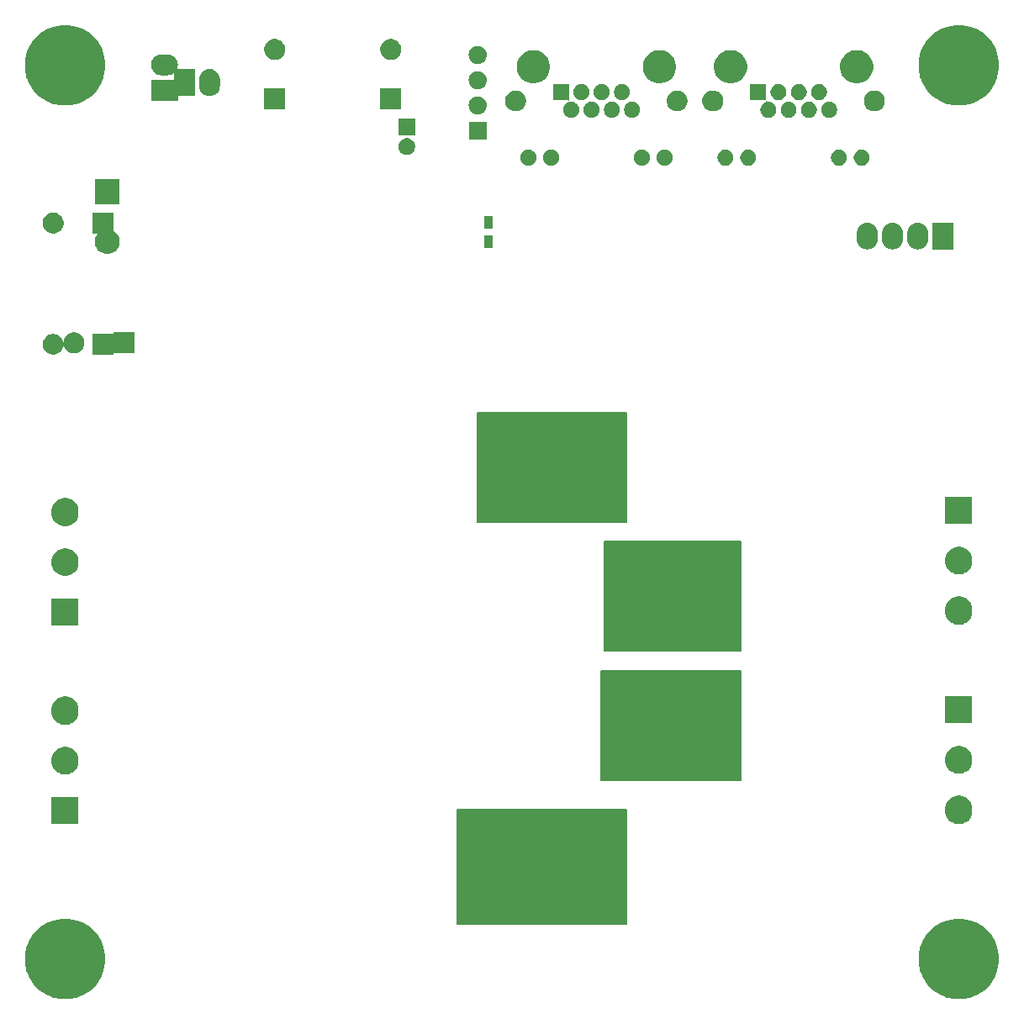
<source format=gbr>
From 3994a2576b073a1c3dc5dd85e95e63add8eb71a4 Mon Sep 17 00:00:00 2001
From: jaseg <git-bigdata-wsl-arch@jaseg.de>
Date: Mon, 18 Apr 2022 16:19:03 +0200
Subject: Update PCBs

---
 driver/gerber/driver-B_Mask.gbr | 5223 +++++++++++++++++++--------------------
 1 file changed, 2533 insertions(+), 2690 deletions(-)

(limited to 'driver/gerber/driver-B_Mask.gbr')

diff --git a/driver/gerber/driver-B_Mask.gbr b/driver/gerber/driver-B_Mask.gbr
index 3efa9d9..e3d7c2c 100644
--- a/driver/gerber/driver-B_Mask.gbr
+++ b/driver/gerber/driver-B_Mask.gbr
@@ -1,2690 +1,2533 @@
-G04 #@! TF.GenerationSoftware,KiCad,Pcbnew,(5.1.0-344-gd281f051e)*
-G04 #@! TF.CreationDate,2019-04-25T22:00:11+09:00*
-G04 #@! TF.ProjectId,driver,64726976-6572-42e6-9b69-6361645f7063,rev?*
-G04 #@! TF.SameCoordinates,Original*
-G04 #@! TF.FileFunction,Soldermask,Bot*
-G04 #@! TF.FilePolarity,Negative*
-%FSLAX46Y46*%
-G04 Gerber Fmt 4.6, Leading zero omitted, Abs format (unit mm)*
-G04 Created by KiCad (PCBNEW (5.1.0-344-gd281f051e)) date 2019-04-25 22:00:11*
-%MOMM*%
-%LPD*%
-G04 APERTURE LIST*
-%ADD10C,0.150000*%
-%ADD11C,0.100000*%
-G04 APERTURE END LIST*
-D10*
-G36*
-X131500000Y-146500000D02*
-G01*
-X114500000Y-146500000D01*
-X114500000Y-135000000D01*
-X131500000Y-135000000D01*
-X131500000Y-146500000D01*
-G37*
-X131500000Y-146500000D02*
-X114500000Y-146500000D01*
-X114500000Y-135000000D01*
-X131500000Y-135000000D01*
-X131500000Y-146500000D01*
-G36*
-X143000000Y-132000000D02*
-G01*
-X129000000Y-132000000D01*
-X129000000Y-121000000D01*
-X143000000Y-121000000D01*
-X143000000Y-132000000D01*
-G37*
-X143000000Y-132000000D02*
-X129000000Y-132000000D01*
-X129000000Y-121000000D01*
-X143000000Y-121000000D01*
-X143000000Y-132000000D01*
-G36*
-X131500000Y-106000000D02*
-G01*
-X116500000Y-106000000D01*
-X116500000Y-95000000D01*
-X131500000Y-95000000D01*
-X131500000Y-106000000D01*
-G37*
-X131500000Y-106000000D02*
-X116500000Y-106000000D01*
-X116500000Y-95000000D01*
-X131500000Y-95000000D01*
-X131500000Y-106000000D01*
-G36*
-X143000000Y-119000000D02*
-G01*
-X129300000Y-119000000D01*
-X129300000Y-108000000D01*
-X143000000Y-108000000D01*
-X143000000Y-119000000D01*
-G37*
-X143000000Y-119000000D02*
-X129300000Y-119000000D01*
-X129300000Y-108000000D01*
-X143000000Y-108000000D01*
-X143000000Y-119000000D01*
-D11*
-G36*
-X166181632Y-146104677D02*
-G01*
-X166487005Y-146231167D01*
-X166918868Y-146410050D01*
-X167582362Y-146853383D01*
-X168146617Y-147417638D01*
-X168589950Y-148081132D01*
-X168768833Y-148512995D01*
-X168895323Y-148818368D01*
-X169051000Y-149601010D01*
-X169051000Y-150398990D01*
-X168895323Y-151181632D01*
-X168768833Y-151487005D01*
-X168589950Y-151918868D01*
-X168146617Y-152582362D01*
-X167582362Y-153146617D01*
-X166918868Y-153589950D01*
-X166487005Y-153768833D01*
-X166181632Y-153895323D01*
-X165398990Y-154051000D01*
-X164601010Y-154051000D01*
-X163818368Y-153895323D01*
-X163512995Y-153768833D01*
-X163081132Y-153589950D01*
-X162417638Y-153146617D01*
-X161853383Y-152582362D01*
-X161410050Y-151918868D01*
-X161231167Y-151487005D01*
-X161104677Y-151181632D01*
-X160949000Y-150398990D01*
-X160949000Y-149601010D01*
-X161104677Y-148818368D01*
-X161231167Y-148512995D01*
-X161410050Y-148081132D01*
-X161853383Y-147417638D01*
-X162417638Y-146853383D01*
-X163081132Y-146410050D01*
-X163512995Y-146231167D01*
-X163818368Y-146104677D01*
-X164601010Y-145949000D01*
-X165398990Y-145949000D01*
-X166181632Y-146104677D01*
-X166181632Y-146104677D01*
-G37*
-G36*
-X76181632Y-146104677D02*
-G01*
-X76487005Y-146231167D01*
-X76918868Y-146410050D01*
-X77582362Y-146853383D01*
-X78146617Y-147417638D01*
-X78589950Y-148081132D01*
-X78768833Y-148512995D01*
-X78895323Y-148818368D01*
-X79051000Y-149601010D01*
-X79051000Y-150398990D01*
-X78895323Y-151181632D01*
-X78768833Y-151487005D01*
-X78589950Y-151918868D01*
-X78146617Y-152582362D01*
-X77582362Y-153146617D01*
-X76918868Y-153589950D01*
-X76487005Y-153768833D01*
-X76181632Y-153895323D01*
-X75398990Y-154051000D01*
-X74601010Y-154051000D01*
-X73818368Y-153895323D01*
-X73512995Y-153768833D01*
-X73081132Y-153589950D01*
-X72417638Y-153146617D01*
-X71853383Y-152582362D01*
-X71410050Y-151918868D01*
-X71231167Y-151487005D01*
-X71104677Y-151181632D01*
-X70949000Y-150398990D01*
-X70949000Y-149601010D01*
-X71104677Y-148818368D01*
-X71231167Y-148512995D01*
-X71410050Y-148081132D01*
-X71853383Y-147417638D01*
-X72417638Y-146853383D01*
-X73081132Y-146410050D01*
-X73512995Y-146231167D01*
-X73818368Y-146104677D01*
-X74601010Y-145949000D01*
-X75398990Y-145949000D01*
-X76181632Y-146104677D01*
-X76181632Y-146104677D01*
-G37*
-G36*
-X165394072Y-133780918D02*
-G01*
-X165639939Y-133882759D01*
-X165861212Y-134030610D01*
-X166049390Y-134218788D01*
-X166197241Y-134440061D01*
-X166299082Y-134685928D01*
-X166351000Y-134946938D01*
-X166351000Y-135213062D01*
-X166299082Y-135474072D01*
-X166197241Y-135719939D01*
-X166049390Y-135941212D01*
-X165861212Y-136129390D01*
-X165639939Y-136277241D01*
-X165639938Y-136277242D01*
-X165639937Y-136277242D01*
-X165394072Y-136379082D01*
-X165133063Y-136431000D01*
-X164866937Y-136431000D01*
-X164605928Y-136379082D01*
-X164360063Y-136277242D01*
-X164360062Y-136277242D01*
-X164360061Y-136277241D01*
-X164138788Y-136129390D01*
-X163950610Y-135941212D01*
-X163802759Y-135719939D01*
-X163700918Y-135474072D01*
-X163649000Y-135213062D01*
-X163649000Y-134946938D01*
-X163700918Y-134685928D01*
-X163802759Y-134440061D01*
-X163950610Y-134218788D01*
-X164138788Y-134030610D01*
-X164360061Y-133882759D01*
-X164605928Y-133780918D01*
-X164866937Y-133729000D01*
-X165133063Y-133729000D01*
-X165394072Y-133780918D01*
-X165394072Y-133780918D01*
-G37*
-G36*
-X76351000Y-136431000D02*
-G01*
-X73649000Y-136431000D01*
-X73649000Y-133729000D01*
-X76351000Y-133729000D01*
-X76351000Y-136431000D01*
-X76351000Y-136431000D01*
-G37*
-G36*
-X75394072Y-128700918D02*
-G01*
-X75639939Y-128802759D01*
-X75861212Y-128950610D01*
-X76049390Y-129138788D01*
-X76197241Y-129360061D01*
-X76299082Y-129605928D01*
-X76351000Y-129866938D01*
-X76351000Y-130133062D01*
-X76299082Y-130394072D01*
-X76197241Y-130639939D01*
-X76049390Y-130861212D01*
-X75861212Y-131049390D01*
-X75639939Y-131197241D01*
-X75639938Y-131197242D01*
-X75639937Y-131197242D01*
-X75394072Y-131299082D01*
-X75133063Y-131351000D01*
-X74866937Y-131351000D01*
-X74605928Y-131299082D01*
-X74360063Y-131197242D01*
-X74360062Y-131197242D01*
-X74360061Y-131197241D01*
-X74138788Y-131049390D01*
-X73950610Y-130861212D01*
-X73802759Y-130639939D01*
-X73700918Y-130394072D01*
-X73649000Y-130133062D01*
-X73649000Y-129866938D01*
-X73700918Y-129605928D01*
-X73802759Y-129360061D01*
-X73950610Y-129138788D01*
-X74138788Y-128950610D01*
-X74360061Y-128802759D01*
-X74605928Y-128700918D01*
-X74866937Y-128649000D01*
-X75133063Y-128649000D01*
-X75394072Y-128700918D01*
-X75394072Y-128700918D01*
-G37*
-G36*
-X165394072Y-128700918D02*
-G01*
-X165639939Y-128802759D01*
-X165861212Y-128950610D01*
-X166049390Y-129138788D01*
-X166197241Y-129360061D01*
-X166299082Y-129605928D01*
-X166351000Y-129866938D01*
-X166351000Y-130133062D01*
-X166299082Y-130394072D01*
-X166197241Y-130639939D01*
-X166049390Y-130861212D01*
-X165861212Y-131049390D01*
-X165639939Y-131197241D01*
-X165639938Y-131197242D01*
-X165639937Y-131197242D01*
-X165394072Y-131299082D01*
-X165133063Y-131351000D01*
-X164866937Y-131351000D01*
-X164605928Y-131299082D01*
-X164360063Y-131197242D01*
-X164360062Y-131197242D01*
-X164360061Y-131197241D01*
-X164138788Y-131049390D01*
-X163950610Y-130861212D01*
-X163802759Y-130639939D01*
-X163700918Y-130394072D01*
-X163649000Y-130133062D01*
-X163649000Y-129866938D01*
-X163700918Y-129605928D01*
-X163802759Y-129360061D01*
-X163950610Y-129138788D01*
-X164138788Y-128950610D01*
-X164360061Y-128802759D01*
-X164605928Y-128700918D01*
-X164866937Y-128649000D01*
-X165133063Y-128649000D01*
-X165394072Y-128700918D01*
-X165394072Y-128700918D01*
-G37*
-G36*
-X166351000Y-126271000D02*
-G01*
-X163649000Y-126271000D01*
-X163649000Y-123569000D01*
-X166351000Y-123569000D01*
-X166351000Y-126271000D01*
-X166351000Y-126271000D01*
-G37*
-G36*
-X75394072Y-123620918D02*
-G01*
-X75639939Y-123722759D01*
-X75861212Y-123870610D01*
-X76049390Y-124058788D01*
-X76197241Y-124280061D01*
-X76299082Y-124525928D01*
-X76351000Y-124786938D01*
-X76351000Y-125053062D01*
-X76299082Y-125314072D01*
-X76197241Y-125559939D01*
-X76049390Y-125781212D01*
-X75861212Y-125969390D01*
-X75639939Y-126117241D01*
-X75639938Y-126117242D01*
-X75639937Y-126117242D01*
-X75394072Y-126219082D01*
-X75133063Y-126271000D01*
-X74866937Y-126271000D01*
-X74605928Y-126219082D01*
-X74360063Y-126117242D01*
-X74360062Y-126117242D01*
-X74360061Y-126117241D01*
-X74138788Y-125969390D01*
-X73950610Y-125781212D01*
-X73802759Y-125559939D01*
-X73700918Y-125314072D01*
-X73649000Y-125053062D01*
-X73649000Y-124786938D01*
-X73700918Y-124525928D01*
-X73802759Y-124280061D01*
-X73950610Y-124058788D01*
-X74138788Y-123870610D01*
-X74360061Y-123722759D01*
-X74605928Y-123620918D01*
-X74866937Y-123569000D01*
-X75133063Y-123569000D01*
-X75394072Y-123620918D01*
-X75394072Y-123620918D01*
-G37*
-G36*
-X76351000Y-116431000D02*
-G01*
-X73649000Y-116431000D01*
-X73649000Y-113729000D01*
-X76351000Y-113729000D01*
-X76351000Y-116431000D01*
-X76351000Y-116431000D01*
-G37*
-G36*
-X165394072Y-113700918D02*
-G01*
-X165639939Y-113802759D01*
-X165861212Y-113950610D01*
-X166049390Y-114138788D01*
-X166197241Y-114360061D01*
-X166299082Y-114605928D01*
-X166351000Y-114866938D01*
-X166351000Y-115133062D01*
-X166299082Y-115394072D01*
-X166197241Y-115639939D01*
-X166049390Y-115861212D01*
-X165861212Y-116049390D01*
-X165639939Y-116197241D01*
-X165639938Y-116197242D01*
-X165639937Y-116197242D01*
-X165394072Y-116299082D01*
-X165133063Y-116351000D01*
-X164866937Y-116351000D01*
-X164605928Y-116299082D01*
-X164360063Y-116197242D01*
-X164360062Y-116197242D01*
-X164360061Y-116197241D01*
-X164138788Y-116049390D01*
-X163950610Y-115861212D01*
-X163802759Y-115639939D01*
-X163700918Y-115394072D01*
-X163649000Y-115133062D01*
-X163649000Y-114866938D01*
-X163700918Y-114605928D01*
-X163802759Y-114360061D01*
-X163950610Y-114138788D01*
-X164138788Y-113950610D01*
-X164360061Y-113802759D01*
-X164605928Y-113700918D01*
-X164866937Y-113649000D01*
-X165133063Y-113649000D01*
-X165394072Y-113700918D01*
-X165394072Y-113700918D01*
-G37*
-G36*
-X75394072Y-108700918D02*
-G01*
-X75639939Y-108802759D01*
-X75861212Y-108950610D01*
-X76049390Y-109138788D01*
-X76197241Y-109360061D01*
-X76299082Y-109605928D01*
-X76351000Y-109866938D01*
-X76351000Y-110133062D01*
-X76299082Y-110394072D01*
-X76197241Y-110639939D01*
-X76049390Y-110861212D01*
-X75861212Y-111049390D01*
-X75639939Y-111197241D01*
-X75639938Y-111197242D01*
-X75639937Y-111197242D01*
-X75394072Y-111299082D01*
-X75133063Y-111351000D01*
-X74866937Y-111351000D01*
-X74605928Y-111299082D01*
-X74360063Y-111197242D01*
-X74360062Y-111197242D01*
-X74360061Y-111197241D01*
-X74138788Y-111049390D01*
-X73950610Y-110861212D01*
-X73802759Y-110639939D01*
-X73700918Y-110394072D01*
-X73649000Y-110133062D01*
-X73649000Y-109866938D01*
-X73700918Y-109605928D01*
-X73802759Y-109360061D01*
-X73950610Y-109138788D01*
-X74138788Y-108950610D01*
-X74360061Y-108802759D01*
-X74605928Y-108700918D01*
-X74866937Y-108649000D01*
-X75133063Y-108649000D01*
-X75394072Y-108700918D01*
-X75394072Y-108700918D01*
-G37*
-G36*
-X165394072Y-108620918D02*
-G01*
-X165639939Y-108722759D01*
-X165861212Y-108870610D01*
-X166049390Y-109058788D01*
-X166197241Y-109280061D01*
-X166299082Y-109525928D01*
-X166351000Y-109786938D01*
-X166351000Y-110053062D01*
-X166299082Y-110314072D01*
-X166197241Y-110559939D01*
-X166049390Y-110781212D01*
-X165861212Y-110969390D01*
-X165639939Y-111117241D01*
-X165639938Y-111117242D01*
-X165639937Y-111117242D01*
-X165394072Y-111219082D01*
-X165133063Y-111271000D01*
-X164866937Y-111271000D01*
-X164605928Y-111219082D01*
-X164360063Y-111117242D01*
-X164360062Y-111117242D01*
-X164360061Y-111117241D01*
-X164138788Y-110969390D01*
-X163950610Y-110781212D01*
-X163802759Y-110559939D01*
-X163700918Y-110314072D01*
-X163649000Y-110053062D01*
-X163649000Y-109786938D01*
-X163700918Y-109525928D01*
-X163802759Y-109280061D01*
-X163950610Y-109058788D01*
-X164138788Y-108870610D01*
-X164360061Y-108722759D01*
-X164605928Y-108620918D01*
-X164866937Y-108569000D01*
-X165133063Y-108569000D01*
-X165394072Y-108620918D01*
-X165394072Y-108620918D01*
-G37*
-G36*
-X75394072Y-103620918D02*
-G01*
-X75639939Y-103722759D01*
-X75861212Y-103870610D01*
-X76049390Y-104058788D01*
-X76197241Y-104280061D01*
-X76299082Y-104525928D01*
-X76351000Y-104786938D01*
-X76351000Y-105053062D01*
-X76299082Y-105314072D01*
-X76197241Y-105559939D01*
-X76049390Y-105781212D01*
-X75861212Y-105969390D01*
-X75639939Y-106117241D01*
-X75639938Y-106117242D01*
-X75639937Y-106117242D01*
-X75394072Y-106219082D01*
-X75133063Y-106271000D01*
-X74866937Y-106271000D01*
-X74605928Y-106219082D01*
-X74360063Y-106117242D01*
-X74360062Y-106117242D01*
-X74360061Y-106117241D01*
-X74138788Y-105969390D01*
-X73950610Y-105781212D01*
-X73802759Y-105559939D01*
-X73700918Y-105314072D01*
-X73649000Y-105053062D01*
-X73649000Y-104786938D01*
-X73700918Y-104525928D01*
-X73802759Y-104280061D01*
-X73950610Y-104058788D01*
-X74138788Y-103870610D01*
-X74360061Y-103722759D01*
-X74605928Y-103620918D01*
-X74866937Y-103569000D01*
-X75133063Y-103569000D01*
-X75394072Y-103620918D01*
-X75394072Y-103620918D01*
-G37*
-G36*
-X166351000Y-106191000D02*
-G01*
-X163649000Y-106191000D01*
-X163649000Y-103489000D01*
-X166351000Y-103489000D01*
-X166351000Y-106191000D01*
-X166351000Y-106191000D01*
-G37*
-G36*
-X74106564Y-87089389D02*
-G01*
-X74297833Y-87168615D01*
-X74297835Y-87168616D01*
-X74469973Y-87283635D01*
-X74616365Y-87430027D01*
-X74731385Y-87602167D01*
-X74810611Y-87793436D01*
-X74851000Y-87996484D01*
-X74851000Y-88203516D01*
-X74810611Y-88406564D01*
-X74731385Y-88597833D01*
-X74731384Y-88597835D01*
-X74616365Y-88769973D01*
-X74469973Y-88916365D01*
-X74297835Y-89031384D01*
-X74297834Y-89031385D01*
-X74297833Y-89031385D01*
-X74106564Y-89110611D01*
-X73903516Y-89151000D01*
-X73696484Y-89151000D01*
-X73493436Y-89110611D01*
-X73302167Y-89031385D01*
-X73302166Y-89031385D01*
-X73302165Y-89031384D01*
-X73130027Y-88916365D01*
-X72983635Y-88769973D01*
-X72868616Y-88597835D01*
-X72868615Y-88597833D01*
-X72789389Y-88406564D01*
-X72749000Y-88203516D01*
-X72749000Y-87996484D01*
-X72789389Y-87793436D01*
-X72868615Y-87602167D01*
-X72983635Y-87430027D01*
-X73130027Y-87283635D01*
-X73302165Y-87168616D01*
-X73302167Y-87168615D01*
-X73493436Y-87089389D01*
-X73696484Y-87049000D01*
-X73903516Y-87049000D01*
-X74106564Y-87089389D01*
-X74106564Y-87089389D01*
-G37*
-G36*
-X79851000Y-89151000D02*
-G01*
-X77749000Y-89151000D01*
-X77749000Y-87049000D01*
-X79851000Y-87049000D01*
-X79851000Y-89151000D01*
-X79851000Y-89151000D01*
-G37*
-G36*
-X161066032Y-75864207D02*
-G01*
-X161264146Y-75924305D01*
-X161264149Y-75924306D01*
-X161360975Y-75976061D01*
-X161446729Y-76021897D01*
-X161606765Y-76153235D01*
-X161738103Y-76313271D01*
-X161769291Y-76371621D01*
-X161835694Y-76495851D01*
-X161835695Y-76495855D01*
-X161895793Y-76693969D01*
-X161911000Y-76848371D01*
-X161911000Y-77551630D01*
-X161895793Y-77706032D01*
-X161835695Y-77904145D01*
-X161835694Y-77904149D01*
-X161783939Y-78000975D01*
-X161738103Y-78086729D01*
-X161606765Y-78246765D01*
-X161446729Y-78378103D01*
-X161330030Y-78440479D01*
-X161264148Y-78475694D01*
-X161264145Y-78475695D01*
-X161066031Y-78535793D01*
-X160860000Y-78556085D01*
-X160653968Y-78535793D01*
-X160455854Y-78475695D01*
-X160455851Y-78475694D01*
-X160316109Y-78401000D01*
-X160273271Y-78378103D01*
-X160113235Y-78246765D01*
-X159981897Y-78086729D01*
-X159884307Y-77904149D01*
-X159884306Y-77904148D01*
-X159884305Y-77904145D01*
-X159824207Y-77706031D01*
-X159809000Y-77551629D01*
-X159809000Y-76848370D01*
-X159824207Y-76693968D01*
-X159843296Y-76631040D01*
-X159884305Y-76495853D01*
-X159959184Y-76355766D01*
-X159981898Y-76313271D01*
-X160113236Y-76153235D01*
-X160273272Y-76021897D01*
-X160359026Y-75976061D01*
-X160455852Y-75924306D01*
-X160455855Y-75924305D01*
-X160653969Y-75864207D01*
-X160860000Y-75843915D01*
-X161066032Y-75864207D01*
-X161066032Y-75864207D01*
-G37*
-G36*
-X158526032Y-75864207D02*
-G01*
-X158724146Y-75924305D01*
-X158724149Y-75924306D01*
-X158820975Y-75976061D01*
-X158906729Y-76021897D01*
-X159066765Y-76153235D01*
-X159198103Y-76313271D01*
-X159229291Y-76371621D01*
-X159295694Y-76495851D01*
-X159295695Y-76495855D01*
-X159355793Y-76693969D01*
-X159371000Y-76848371D01*
-X159371000Y-77551630D01*
-X159355793Y-77706032D01*
-X159295695Y-77904145D01*
-X159295694Y-77904149D01*
-X159243939Y-78000975D01*
-X159198103Y-78086729D01*
-X159066765Y-78246765D01*
-X158906729Y-78378103D01*
-X158790030Y-78440479D01*
-X158724148Y-78475694D01*
-X158724145Y-78475695D01*
-X158526031Y-78535793D01*
-X158320000Y-78556085D01*
-X158113968Y-78535793D01*
-X157915854Y-78475695D01*
-X157915851Y-78475694D01*
-X157776109Y-78401000D01*
-X157733271Y-78378103D01*
-X157573235Y-78246765D01*
-X157441897Y-78086729D01*
-X157344307Y-77904149D01*
-X157344306Y-77904148D01*
-X157344305Y-77904145D01*
-X157284207Y-77706031D01*
-X157269000Y-77551629D01*
-X157269000Y-76848370D01*
-X157284207Y-76693968D01*
-X157303296Y-76631040D01*
-X157344305Y-76495853D01*
-X157419184Y-76355766D01*
-X157441898Y-76313271D01*
-X157573236Y-76153235D01*
-X157733272Y-76021897D01*
-X157819026Y-75976061D01*
-X157915852Y-75924306D01*
-X157915855Y-75924305D01*
-X158113969Y-75864207D01*
-X158320000Y-75843915D01*
-X158526032Y-75864207D01*
-X158526032Y-75864207D01*
-G37*
-G36*
-X155986032Y-75864207D02*
-G01*
-X156184146Y-75924305D01*
-X156184149Y-75924306D01*
-X156280975Y-75976061D01*
-X156366729Y-76021897D01*
-X156526765Y-76153235D01*
-X156658103Y-76313271D01*
-X156689291Y-76371621D01*
-X156755694Y-76495851D01*
-X156755695Y-76495855D01*
-X156815793Y-76693969D01*
-X156831000Y-76848371D01*
-X156831000Y-77551630D01*
-X156815793Y-77706032D01*
-X156755695Y-77904145D01*
-X156755694Y-77904149D01*
-X156703939Y-78000975D01*
-X156658103Y-78086729D01*
-X156526765Y-78246765D01*
-X156366729Y-78378103D01*
-X156250030Y-78440479D01*
-X156184148Y-78475694D01*
-X156184145Y-78475695D01*
-X155986031Y-78535793D01*
-X155780000Y-78556085D01*
-X155573968Y-78535793D01*
-X155375854Y-78475695D01*
-X155375851Y-78475694D01*
-X155236109Y-78401000D01*
-X155193271Y-78378103D01*
-X155033235Y-78246765D01*
-X154901897Y-78086729D01*
-X154804307Y-77904149D01*
-X154804306Y-77904148D01*
-X154804305Y-77904145D01*
-X154744207Y-77706031D01*
-X154729000Y-77551629D01*
-X154729000Y-76848370D01*
-X154744207Y-76693968D01*
-X154763296Y-76631040D01*
-X154804305Y-76495853D01*
-X154879184Y-76355766D01*
-X154901898Y-76313271D01*
-X155033236Y-76153235D01*
-X155193272Y-76021897D01*
-X155279026Y-75976061D01*
-X155375852Y-75924306D01*
-X155375855Y-75924305D01*
-X155573969Y-75864207D01*
-X155780000Y-75843915D01*
-X155986032Y-75864207D01*
-X155986032Y-75864207D01*
-G37*
-G36*
-X164451000Y-78551000D02*
-G01*
-X162349000Y-78551000D01*
-X162349000Y-75849000D01*
-X164451000Y-75849000D01*
-X164451000Y-78551000D01*
-X164451000Y-78551000D01*
-G37*
-G36*
-X118026000Y-78401000D02*
-G01*
-X117174000Y-78401000D01*
-X117174000Y-77099000D01*
-X118026000Y-77099000D01*
-X118026000Y-78401000D01*
-X118026000Y-78401000D01*
-G37*
-G36*
-X74106564Y-74889389D02*
-G01*
-X74297833Y-74968615D01*
-X74297835Y-74968616D01*
-X74469973Y-75083635D01*
-X74616365Y-75230027D01*
-X74731385Y-75402167D01*
-X74810611Y-75593436D01*
-X74851000Y-75796484D01*
-X74851000Y-76003516D01*
-X74810611Y-76206564D01*
-X74766411Y-76313272D01*
-X74731384Y-76397835D01*
-X74616365Y-76569973D01*
-X74469973Y-76716365D01*
-X74297835Y-76831384D01*
-X74297834Y-76831385D01*
-X74297833Y-76831385D01*
-X74106564Y-76910611D01*
-X73903516Y-76951000D01*
-X73696484Y-76951000D01*
-X73493436Y-76910611D01*
-X73302167Y-76831385D01*
-X73302166Y-76831385D01*
-X73302165Y-76831384D01*
-X73130027Y-76716365D01*
-X72983635Y-76569973D01*
-X72868616Y-76397835D01*
-X72833589Y-76313272D01*
-X72789389Y-76206564D01*
-X72749000Y-76003516D01*
-X72749000Y-75796484D01*
-X72789389Y-75593436D01*
-X72868615Y-75402167D01*
-X72983635Y-75230027D01*
-X73130027Y-75083635D01*
-X73302165Y-74968616D01*
-X73302167Y-74968615D01*
-X73493436Y-74889389D01*
-X73696484Y-74849000D01*
-X73903516Y-74849000D01*
-X74106564Y-74889389D01*
-X74106564Y-74889389D01*
-G37*
-G36*
-X79851000Y-76951000D02*
-G01*
-X77749000Y-76951000D01*
-X77749000Y-74849000D01*
-X79851000Y-74849000D01*
-X79851000Y-76951000D01*
-X79851000Y-76951000D01*
-G37*
-G36*
-X118026000Y-76501000D02*
-G01*
-X117174000Y-76501000D01*
-X117174000Y-75199000D01*
-X118026000Y-75199000D01*
-X118026000Y-76501000D01*
-X118026000Y-76501000D01*
-G37*
-G36*
-X155453642Y-68529781D02*
-G01*
-X155599414Y-68590162D01*
-X155599416Y-68590163D01*
-X155730608Y-68677822D01*
-X155842178Y-68789392D01*
-X155929837Y-68920584D01*
-X155929838Y-68920586D01*
-X155990219Y-69066358D01*
-X156021000Y-69221107D01*
-X156021000Y-69378893D01*
-X155990219Y-69533642D01*
-X155929838Y-69679414D01*
-X155929837Y-69679416D01*
-X155842178Y-69810608D01*
-X155730608Y-69922178D01*
-X155599416Y-70009837D01*
-X155599415Y-70009838D01*
-X155599414Y-70009838D01*
-X155453642Y-70070219D01*
-X155298893Y-70101000D01*
-X155141107Y-70101000D01*
-X154986358Y-70070219D01*
-X154840586Y-70009838D01*
-X154840585Y-70009838D01*
-X154840584Y-70009837D01*
-X154709392Y-69922178D01*
-X154597822Y-69810608D01*
-X154510163Y-69679416D01*
-X154510162Y-69679414D01*
-X154449781Y-69533642D01*
-X154419000Y-69378893D01*
-X154419000Y-69221107D01*
-X154449781Y-69066358D01*
-X154510162Y-68920586D01*
-X154510163Y-68920584D01*
-X154597822Y-68789392D01*
-X154709392Y-68677822D01*
-X154840584Y-68590163D01*
-X154840586Y-68590162D01*
-X154986358Y-68529781D01*
-X155141107Y-68499000D01*
-X155298893Y-68499000D01*
-X155453642Y-68529781D01*
-X155453642Y-68529781D01*
-G37*
-G36*
-X153163642Y-68529781D02*
-G01*
-X153309414Y-68590162D01*
-X153309416Y-68590163D01*
-X153440608Y-68677822D01*
-X153552178Y-68789392D01*
-X153639837Y-68920584D01*
-X153639838Y-68920586D01*
-X153700219Y-69066358D01*
-X153731000Y-69221107D01*
-X153731000Y-69378893D01*
-X153700219Y-69533642D01*
-X153639838Y-69679414D01*
-X153639837Y-69679416D01*
-X153552178Y-69810608D01*
-X153440608Y-69922178D01*
-X153309416Y-70009837D01*
-X153309415Y-70009838D01*
-X153309414Y-70009838D01*
-X153163642Y-70070219D01*
-X153008893Y-70101000D01*
-X152851107Y-70101000D01*
-X152696358Y-70070219D01*
-X152550586Y-70009838D01*
-X152550585Y-70009838D01*
-X152550584Y-70009837D01*
-X152419392Y-69922178D01*
-X152307822Y-69810608D01*
-X152220163Y-69679416D01*
-X152220162Y-69679414D01*
-X152159781Y-69533642D01*
-X152129000Y-69378893D01*
-X152129000Y-69221107D01*
-X152159781Y-69066358D01*
-X152220162Y-68920586D01*
-X152220163Y-68920584D01*
-X152307822Y-68789392D01*
-X152419392Y-68677822D01*
-X152550584Y-68590163D01*
-X152550586Y-68590162D01*
-X152696358Y-68529781D01*
-X152851107Y-68499000D01*
-X153008893Y-68499000D01*
-X153163642Y-68529781D01*
-X153163642Y-68529781D01*
-G37*
-G36*
-X144023642Y-68529781D02*
-G01*
-X144169414Y-68590162D01*
-X144169416Y-68590163D01*
-X144300608Y-68677822D01*
-X144412178Y-68789392D01*
-X144499837Y-68920584D01*
-X144499838Y-68920586D01*
-X144560219Y-69066358D01*
-X144591000Y-69221107D01*
-X144591000Y-69378893D01*
-X144560219Y-69533642D01*
-X144499838Y-69679414D01*
-X144499837Y-69679416D01*
-X144412178Y-69810608D01*
-X144300608Y-69922178D01*
-X144169416Y-70009837D01*
-X144169415Y-70009838D01*
-X144169414Y-70009838D01*
-X144023642Y-70070219D01*
-X143868893Y-70101000D01*
-X143711107Y-70101000D01*
-X143556358Y-70070219D01*
-X143410586Y-70009838D01*
-X143410585Y-70009838D01*
-X143410584Y-70009837D01*
-X143279392Y-69922178D01*
-X143167822Y-69810608D01*
-X143080163Y-69679416D01*
-X143080162Y-69679414D01*
-X143019781Y-69533642D01*
-X142989000Y-69378893D01*
-X142989000Y-69221107D01*
-X143019781Y-69066358D01*
-X143080162Y-68920586D01*
-X143080163Y-68920584D01*
-X143167822Y-68789392D01*
-X143279392Y-68677822D01*
-X143410584Y-68590163D01*
-X143410586Y-68590162D01*
-X143556358Y-68529781D01*
-X143711107Y-68499000D01*
-X143868893Y-68499000D01*
-X144023642Y-68529781D01*
-X144023642Y-68529781D01*
-G37*
-G36*
-X141733642Y-68529781D02*
-G01*
-X141879414Y-68590162D01*
-X141879416Y-68590163D01*
-X142010608Y-68677822D01*
-X142122178Y-68789392D01*
-X142209837Y-68920584D01*
-X142209838Y-68920586D01*
-X142270219Y-69066358D01*
-X142301000Y-69221107D01*
-X142301000Y-69378893D01*
-X142270219Y-69533642D01*
-X142209838Y-69679414D01*
-X142209837Y-69679416D01*
-X142122178Y-69810608D01*
-X142010608Y-69922178D01*
-X141879416Y-70009837D01*
-X141879415Y-70009838D01*
-X141879414Y-70009838D01*
-X141733642Y-70070219D01*
-X141578893Y-70101000D01*
-X141421107Y-70101000D01*
-X141266358Y-70070219D01*
-X141120586Y-70009838D01*
-X141120585Y-70009838D01*
-X141120584Y-70009837D01*
-X140989392Y-69922178D01*
-X140877822Y-69810608D01*
-X140790163Y-69679416D01*
-X140790162Y-69679414D01*
-X140729781Y-69533642D01*
-X140699000Y-69378893D01*
-X140699000Y-69221107D01*
-X140729781Y-69066358D01*
-X140790162Y-68920586D01*
-X140790163Y-68920584D01*
-X140877822Y-68789392D01*
-X140989392Y-68677822D01*
-X141120584Y-68590163D01*
-X141120586Y-68590162D01*
-X141266358Y-68529781D01*
-X141421107Y-68499000D01*
-X141578893Y-68499000D01*
-X141733642Y-68529781D01*
-X141733642Y-68529781D01*
-G37*
-G36*
-X121883642Y-68529781D02*
-G01*
-X122029414Y-68590162D01*
-X122029416Y-68590163D01*
-X122160608Y-68677822D01*
-X122272178Y-68789392D01*
-X122359837Y-68920584D01*
-X122359838Y-68920586D01*
-X122420219Y-69066358D01*
-X122451000Y-69221107D01*
-X122451000Y-69378893D01*
-X122420219Y-69533642D01*
-X122359838Y-69679414D01*
-X122359837Y-69679416D01*
-X122272178Y-69810608D01*
-X122160608Y-69922178D01*
-X122029416Y-70009837D01*
-X122029415Y-70009838D01*
-X122029414Y-70009838D01*
-X121883642Y-70070219D01*
-X121728893Y-70101000D01*
-X121571107Y-70101000D01*
-X121416358Y-70070219D01*
-X121270586Y-70009838D01*
-X121270585Y-70009838D01*
-X121270584Y-70009837D01*
-X121139392Y-69922178D01*
-X121027822Y-69810608D01*
-X120940163Y-69679416D01*
-X120940162Y-69679414D01*
-X120879781Y-69533642D01*
-X120849000Y-69378893D01*
-X120849000Y-69221107D01*
-X120879781Y-69066358D01*
-X120940162Y-68920586D01*
-X120940163Y-68920584D01*
-X121027822Y-68789392D01*
-X121139392Y-68677822D01*
-X121270584Y-68590163D01*
-X121270586Y-68590162D01*
-X121416358Y-68529781D01*
-X121571107Y-68499000D01*
-X121728893Y-68499000D01*
-X121883642Y-68529781D01*
-X121883642Y-68529781D01*
-G37*
-G36*
-X124173642Y-68529781D02*
-G01*
-X124319414Y-68590162D01*
-X124319416Y-68590163D01*
-X124450608Y-68677822D01*
-X124562178Y-68789392D01*
-X124649837Y-68920584D01*
-X124649838Y-68920586D01*
-X124710219Y-69066358D01*
-X124741000Y-69221107D01*
-X124741000Y-69378893D01*
-X124710219Y-69533642D01*
-X124649838Y-69679414D01*
-X124649837Y-69679416D01*
-X124562178Y-69810608D01*
-X124450608Y-69922178D01*
-X124319416Y-70009837D01*
-X124319415Y-70009838D01*
-X124319414Y-70009838D01*
-X124173642Y-70070219D01*
-X124018893Y-70101000D01*
-X123861107Y-70101000D01*
-X123706358Y-70070219D01*
-X123560586Y-70009838D01*
-X123560585Y-70009838D01*
-X123560584Y-70009837D01*
-X123429392Y-69922178D01*
-X123317822Y-69810608D01*
-X123230163Y-69679416D01*
-X123230162Y-69679414D01*
-X123169781Y-69533642D01*
-X123139000Y-69378893D01*
-X123139000Y-69221107D01*
-X123169781Y-69066358D01*
-X123230162Y-68920586D01*
-X123230163Y-68920584D01*
-X123317822Y-68789392D01*
-X123429392Y-68677822D01*
-X123560584Y-68590163D01*
-X123560586Y-68590162D01*
-X123706358Y-68529781D01*
-X123861107Y-68499000D01*
-X124018893Y-68499000D01*
-X124173642Y-68529781D01*
-X124173642Y-68529781D01*
-G37*
-G36*
-X133313642Y-68529781D02*
-G01*
-X133459414Y-68590162D01*
-X133459416Y-68590163D01*
-X133590608Y-68677822D01*
-X133702178Y-68789392D01*
-X133789837Y-68920584D01*
-X133789838Y-68920586D01*
-X133850219Y-69066358D01*
-X133881000Y-69221107D01*
-X133881000Y-69378893D01*
-X133850219Y-69533642D01*
-X133789838Y-69679414D01*
-X133789837Y-69679416D01*
-X133702178Y-69810608D01*
-X133590608Y-69922178D01*
-X133459416Y-70009837D01*
-X133459415Y-70009838D01*
-X133459414Y-70009838D01*
-X133313642Y-70070219D01*
-X133158893Y-70101000D01*
-X133001107Y-70101000D01*
-X132846358Y-70070219D01*
-X132700586Y-70009838D01*
-X132700585Y-70009838D01*
-X132700584Y-70009837D01*
-X132569392Y-69922178D01*
-X132457822Y-69810608D01*
-X132370163Y-69679416D01*
-X132370162Y-69679414D01*
-X132309781Y-69533642D01*
-X132279000Y-69378893D01*
-X132279000Y-69221107D01*
-X132309781Y-69066358D01*
-X132370162Y-68920586D01*
-X132370163Y-68920584D01*
-X132457822Y-68789392D01*
-X132569392Y-68677822D01*
-X132700584Y-68590163D01*
-X132700586Y-68590162D01*
-X132846358Y-68529781D01*
-X133001107Y-68499000D01*
-X133158893Y-68499000D01*
-X133313642Y-68529781D01*
-X133313642Y-68529781D01*
-G37*
-G36*
-X135603642Y-68529781D02*
-G01*
-X135749414Y-68590162D01*
-X135749416Y-68590163D01*
-X135880608Y-68677822D01*
-X135992178Y-68789392D01*
-X136079837Y-68920584D01*
-X136079838Y-68920586D01*
-X136140219Y-69066358D01*
-X136171000Y-69221107D01*
-X136171000Y-69378893D01*
-X136140219Y-69533642D01*
-X136079838Y-69679414D01*
-X136079837Y-69679416D01*
-X135992178Y-69810608D01*
-X135880608Y-69922178D01*
-X135749416Y-70009837D01*
-X135749415Y-70009838D01*
-X135749414Y-70009838D01*
-X135603642Y-70070219D01*
-X135448893Y-70101000D01*
-X135291107Y-70101000D01*
-X135136358Y-70070219D01*
-X134990586Y-70009838D01*
-X134990585Y-70009838D01*
-X134990584Y-70009837D01*
-X134859392Y-69922178D01*
-X134747822Y-69810608D01*
-X134660163Y-69679416D01*
-X134660162Y-69679414D01*
-X134599781Y-69533642D01*
-X134569000Y-69378893D01*
-X134569000Y-69221107D01*
-X134599781Y-69066358D01*
-X134660162Y-68920586D01*
-X134660163Y-68920584D01*
-X134747822Y-68789392D01*
-X134859392Y-68677822D01*
-X134990584Y-68590163D01*
-X134990586Y-68590162D01*
-X135136358Y-68529781D01*
-X135291107Y-68499000D01*
-X135448893Y-68499000D01*
-X135603642Y-68529781D01*
-X135603642Y-68529781D01*
-G37*
-G36*
-X117451000Y-67491000D02*
-G01*
-X115649000Y-67491000D01*
-X115649000Y-65689000D01*
-X117451000Y-65689000D01*
-X117451000Y-67491000D01*
-X117451000Y-67491000D01*
-G37*
-G36*
-X148093642Y-63709781D02*
-G01*
-X148239414Y-63770162D01*
-X148239416Y-63770163D01*
-X148370608Y-63857822D01*
-X148482178Y-63969392D01*
-X148536038Y-64050000D01*
-X148569838Y-64100586D01*
-X148630219Y-64246358D01*
-X148661000Y-64401107D01*
-X148661000Y-64558893D01*
-X148630219Y-64713642D01*
-X148593297Y-64802779D01*
-X148569837Y-64859416D01*
-X148482178Y-64990608D01*
-X148370608Y-65102178D01*
-X148239416Y-65189837D01*
-X148239415Y-65189838D01*
-X148239414Y-65189838D01*
-X148093642Y-65250219D01*
-X147938893Y-65281000D01*
-X147781107Y-65281000D01*
-X147626358Y-65250219D01*
-X147480586Y-65189838D01*
-X147480585Y-65189838D01*
-X147480584Y-65189837D01*
-X147349392Y-65102178D01*
-X147237822Y-64990608D01*
-X147150163Y-64859416D01*
-X147126703Y-64802779D01*
-X147089781Y-64713642D01*
-X147059000Y-64558893D01*
-X147059000Y-64401107D01*
-X147089781Y-64246358D01*
-X147150162Y-64100586D01*
-X147183962Y-64050000D01*
-X147237822Y-63969392D01*
-X147349392Y-63857822D01*
-X147480584Y-63770163D01*
-X147480586Y-63770162D01*
-X147626358Y-63709781D01*
-X147781107Y-63679000D01*
-X147938893Y-63679000D01*
-X148093642Y-63709781D01*
-X148093642Y-63709781D01*
-G37*
-G36*
-X132323642Y-63709781D02*
-G01*
-X132469414Y-63770162D01*
-X132469416Y-63770163D01*
-X132600608Y-63857822D01*
-X132712178Y-63969392D01*
-X132766038Y-64050000D01*
-X132799838Y-64100586D01*
-X132860219Y-64246358D01*
-X132891000Y-64401107D01*
-X132891000Y-64558893D01*
-X132860219Y-64713642D01*
-X132823297Y-64802779D01*
-X132799837Y-64859416D01*
-X132712178Y-64990608D01*
-X132600608Y-65102178D01*
-X132469416Y-65189837D01*
-X132469415Y-65189838D01*
-X132469414Y-65189838D01*
-X132323642Y-65250219D01*
-X132168893Y-65281000D01*
-X132011107Y-65281000D01*
-X131856358Y-65250219D01*
-X131710586Y-65189838D01*
-X131710585Y-65189838D01*
-X131710584Y-65189837D01*
-X131579392Y-65102178D01*
-X131467822Y-64990608D01*
-X131380163Y-64859416D01*
-X131356703Y-64802779D01*
-X131319781Y-64713642D01*
-X131289000Y-64558893D01*
-X131289000Y-64401107D01*
-X131319781Y-64246358D01*
-X131380162Y-64100586D01*
-X131413962Y-64050000D01*
-X131467822Y-63969392D01*
-X131579392Y-63857822D01*
-X131710584Y-63770163D01*
-X131710586Y-63770162D01*
-X131856358Y-63709781D01*
-X132011107Y-63679000D01*
-X132168893Y-63679000D01*
-X132323642Y-63709781D01*
-X132323642Y-63709781D01*
-G37*
-G36*
-X145601000Y-63554558D02*
-G01*
-X145603402Y-63578944D01*
-X145610515Y-63602393D01*
-X145622066Y-63624004D01*
-X145637611Y-63642946D01*
-X145656553Y-63658491D01*
-X145678164Y-63670042D01*
-X145701613Y-63677155D01*
-X145725999Y-63679557D01*
-X145731649Y-63679000D01*
-X145898893Y-63679000D01*
-X146053642Y-63709781D01*
-X146199414Y-63770162D01*
-X146199416Y-63770163D01*
-X146330608Y-63857822D01*
-X146442178Y-63969392D01*
-X146496038Y-64050000D01*
-X146529838Y-64100586D01*
-X146590219Y-64246358D01*
-X146621000Y-64401107D01*
-X146621000Y-64558893D01*
-X146590219Y-64713642D01*
-X146553297Y-64802779D01*
-X146529837Y-64859416D01*
-X146442178Y-64990608D01*
-X146330608Y-65102178D01*
-X146199416Y-65189837D01*
-X146199415Y-65189838D01*
-X146199414Y-65189838D01*
-X146053642Y-65250219D01*
-X145898893Y-65281000D01*
-X145741107Y-65281000D01*
-X145586358Y-65250219D01*
-X145440586Y-65189838D01*
-X145440585Y-65189838D01*
-X145440584Y-65189837D01*
-X145309392Y-65102178D01*
-X145197822Y-64990608D01*
-X145110163Y-64859416D01*
-X145086703Y-64802779D01*
-X145049781Y-64713642D01*
-X145019000Y-64558893D01*
-X145019000Y-64401107D01*
-X145049781Y-64246358D01*
-X145110162Y-64100586D01*
-X145143962Y-64050000D01*
-X145197822Y-63969392D01*
-X145309392Y-63857822D01*
-X145440584Y-63770163D01*
-X145440586Y-63770162D01*
-X145509823Y-63741483D01*
-X145531434Y-63729932D01*
-X145550376Y-63714387D01*
-X145565921Y-63695445D01*
-X145577472Y-63673834D01*
-X145584585Y-63650385D01*
-X145586987Y-63625999D01*
-X145584585Y-63601613D01*
-X145577472Y-63578164D01*
-X145565921Y-63556553D01*
-X145550376Y-63537611D01*
-X145531434Y-63522066D01*
-X145509823Y-63510515D01*
-X145486374Y-63503402D01*
-X145461988Y-63501000D01*
-X143999000Y-63501000D01*
-X143999000Y-61899000D01*
-X145601000Y-61899000D01*
-X145601000Y-63554558D01*
-X145601000Y-63554558D01*
-G37*
-G36*
-X150133642Y-63709781D02*
-G01*
-X150279414Y-63770162D01*
-X150279416Y-63770163D01*
-X150410608Y-63857822D01*
-X150522178Y-63969392D01*
-X150576038Y-64050000D01*
-X150609838Y-64100586D01*
-X150670219Y-64246358D01*
-X150701000Y-64401107D01*
-X150701000Y-64558893D01*
-X150670219Y-64713642D01*
-X150633297Y-64802779D01*
-X150609837Y-64859416D01*
-X150522178Y-64990608D01*
-X150410608Y-65102178D01*
-X150279416Y-65189837D01*
-X150279415Y-65189838D01*
-X150279414Y-65189838D01*
-X150133642Y-65250219D01*
-X149978893Y-65281000D01*
-X149821107Y-65281000D01*
-X149666358Y-65250219D01*
-X149520586Y-65189838D01*
-X149520585Y-65189838D01*
-X149520584Y-65189837D01*
-X149389392Y-65102178D01*
-X149277822Y-64990608D01*
-X149190163Y-64859416D01*
-X149166703Y-64802779D01*
-X149129781Y-64713642D01*
-X149099000Y-64558893D01*
-X149099000Y-64401107D01*
-X149129781Y-64246358D01*
-X149190162Y-64100586D01*
-X149223962Y-64050000D01*
-X149277822Y-63969392D01*
-X149389392Y-63857822D01*
-X149520584Y-63770163D01*
-X149520586Y-63770162D01*
-X149666358Y-63709781D01*
-X149821107Y-63679000D01*
-X149978893Y-63679000D01*
-X150133642Y-63709781D01*
-X150133642Y-63709781D01*
-G37*
-G36*
-X130283642Y-63709781D02*
-G01*
-X130429414Y-63770162D01*
-X130429416Y-63770163D01*
-X130560608Y-63857822D01*
-X130672178Y-63969392D01*
-X130726038Y-64050000D01*
-X130759838Y-64100586D01*
-X130820219Y-64246358D01*
-X130851000Y-64401107D01*
-X130851000Y-64558893D01*
-X130820219Y-64713642D01*
-X130783297Y-64802779D01*
-X130759837Y-64859416D01*
-X130672178Y-64990608D01*
-X130560608Y-65102178D01*
-X130429416Y-65189837D01*
-X130429415Y-65189838D01*
-X130429414Y-65189838D01*
-X130283642Y-65250219D01*
-X130128893Y-65281000D01*
-X129971107Y-65281000D01*
-X129816358Y-65250219D01*
-X129670586Y-65189838D01*
-X129670585Y-65189838D01*
-X129670584Y-65189837D01*
-X129539392Y-65102178D01*
-X129427822Y-64990608D01*
-X129340163Y-64859416D01*
-X129316703Y-64802779D01*
-X129279781Y-64713642D01*
-X129249000Y-64558893D01*
-X129249000Y-64401107D01*
-X129279781Y-64246358D01*
-X129340162Y-64100586D01*
-X129373962Y-64050000D01*
-X129427822Y-63969392D01*
-X129539392Y-63857822D01*
-X129670584Y-63770163D01*
-X129670586Y-63770162D01*
-X129816358Y-63709781D01*
-X129971107Y-63679000D01*
-X130128893Y-63679000D01*
-X130283642Y-63709781D01*
-X130283642Y-63709781D01*
-G37*
-G36*
-X128243642Y-63709781D02*
-G01*
-X128389414Y-63770162D01*
-X128389416Y-63770163D01*
-X128520608Y-63857822D01*
-X128632178Y-63969392D01*
-X128686038Y-64050000D01*
-X128719838Y-64100586D01*
-X128780219Y-64246358D01*
-X128811000Y-64401107D01*
-X128811000Y-64558893D01*
-X128780219Y-64713642D01*
-X128743297Y-64802779D01*
-X128719837Y-64859416D01*
-X128632178Y-64990608D01*
-X128520608Y-65102178D01*
-X128389416Y-65189837D01*
-X128389415Y-65189838D01*
-X128389414Y-65189838D01*
-X128243642Y-65250219D01*
-X128088893Y-65281000D01*
-X127931107Y-65281000D01*
-X127776358Y-65250219D01*
-X127630586Y-65189838D01*
-X127630585Y-65189838D01*
-X127630584Y-65189837D01*
-X127499392Y-65102178D01*
-X127387822Y-64990608D01*
-X127300163Y-64859416D01*
-X127276703Y-64802779D01*
-X127239781Y-64713642D01*
-X127209000Y-64558893D01*
-X127209000Y-64401107D01*
-X127239781Y-64246358D01*
-X127300162Y-64100586D01*
-X127333962Y-64050000D01*
-X127387822Y-63969392D01*
-X127499392Y-63857822D01*
-X127630584Y-63770163D01*
-X127630586Y-63770162D01*
-X127776358Y-63709781D01*
-X127931107Y-63679000D01*
-X128088893Y-63679000D01*
-X128243642Y-63709781D01*
-X128243642Y-63709781D01*
-G37*
-G36*
-X125751000Y-63554558D02*
-G01*
-X125753402Y-63578944D01*
-X125760515Y-63602393D01*
-X125772066Y-63624004D01*
-X125787611Y-63642946D01*
-X125806553Y-63658491D01*
-X125828164Y-63670042D01*
-X125851613Y-63677155D01*
-X125875999Y-63679557D01*
-X125881649Y-63679000D01*
-X126048893Y-63679000D01*
-X126203642Y-63709781D01*
-X126349414Y-63770162D01*
-X126349416Y-63770163D01*
-X126480608Y-63857822D01*
-X126592178Y-63969392D01*
-X126646038Y-64050000D01*
-X126679838Y-64100586D01*
-X126740219Y-64246358D01*
-X126771000Y-64401107D01*
-X126771000Y-64558893D01*
-X126740219Y-64713642D01*
-X126703297Y-64802779D01*
-X126679837Y-64859416D01*
-X126592178Y-64990608D01*
-X126480608Y-65102178D01*
-X126349416Y-65189837D01*
-X126349415Y-65189838D01*
-X126349414Y-65189838D01*
-X126203642Y-65250219D01*
-X126048893Y-65281000D01*
-X125891107Y-65281000D01*
-X125736358Y-65250219D01*
-X125590586Y-65189838D01*
-X125590585Y-65189838D01*
-X125590584Y-65189837D01*
-X125459392Y-65102178D01*
-X125347822Y-64990608D01*
-X125260163Y-64859416D01*
-X125236703Y-64802779D01*
-X125199781Y-64713642D01*
-X125169000Y-64558893D01*
-X125169000Y-64401107D01*
-X125199781Y-64246358D01*
-X125260162Y-64100586D01*
-X125293962Y-64050000D01*
-X125347822Y-63969392D01*
-X125459392Y-63857822D01*
-X125590584Y-63770163D01*
-X125590586Y-63770162D01*
-X125659823Y-63741483D01*
-X125681434Y-63729932D01*
-X125700376Y-63714387D01*
-X125715921Y-63695445D01*
-X125727472Y-63673834D01*
-X125734585Y-63650385D01*
-X125736987Y-63625999D01*
-X125734585Y-63601613D01*
-X125727472Y-63578164D01*
-X125715921Y-63556553D01*
-X125700376Y-63537611D01*
-X125681434Y-63522066D01*
-X125659823Y-63510515D01*
-X125636374Y-63503402D01*
-X125611988Y-63501000D01*
-X124149000Y-63501000D01*
-X124149000Y-61899000D01*
-X125751000Y-61899000D01*
-X125751000Y-63554558D01*
-X125751000Y-63554558D01*
-G37*
-G36*
-X152173642Y-63709781D02*
-G01*
-X152319414Y-63770162D01*
-X152319416Y-63770163D01*
-X152450608Y-63857822D01*
-X152562178Y-63969392D01*
-X152616038Y-64050000D01*
-X152649838Y-64100586D01*
-X152710219Y-64246358D01*
-X152741000Y-64401107D01*
-X152741000Y-64558893D01*
-X152710219Y-64713642D01*
-X152673297Y-64802779D01*
-X152649837Y-64859416D01*
-X152562178Y-64990608D01*
-X152450608Y-65102178D01*
-X152319416Y-65189837D01*
-X152319415Y-65189838D01*
-X152319414Y-65189838D01*
-X152173642Y-65250219D01*
-X152018893Y-65281000D01*
-X151861107Y-65281000D01*
-X151706358Y-65250219D01*
-X151560586Y-65189838D01*
-X151560585Y-65189838D01*
-X151560584Y-65189837D01*
-X151429392Y-65102178D01*
-X151317822Y-64990608D01*
-X151230163Y-64859416D01*
-X151206703Y-64802779D01*
-X151169781Y-64713642D01*
-X151139000Y-64558893D01*
-X151139000Y-64401107D01*
-X151169781Y-64246358D01*
-X151230162Y-64100586D01*
-X151263962Y-64050000D01*
-X151317822Y-63969392D01*
-X151429392Y-63857822D01*
-X151560584Y-63770163D01*
-X151560586Y-63770162D01*
-X151706358Y-63709781D01*
-X151861107Y-63679000D01*
-X152018893Y-63679000D01*
-X152173642Y-63709781D01*
-X152173642Y-63709781D01*
-G37*
-G36*
-X116660443Y-63155519D02*
-G01*
-X116726627Y-63162037D01*
-X116896466Y-63213557D01*
-X117052991Y-63297222D01*
-X117083400Y-63322178D01*
-X117190186Y-63409814D01*
-X117272828Y-63510515D01*
-X117302778Y-63547009D01*
-X117386443Y-63703534D01*
-X117437963Y-63873373D01*
-X117455359Y-64050000D01*
-X117437963Y-64226627D01*
-X117386443Y-64396466D01*
-X117302778Y-64552991D01*
-X117297935Y-64558892D01*
-X117190186Y-64690186D01*
-X117088729Y-64773448D01*
-X117052991Y-64802778D01*
-X116896466Y-64886443D01*
-X116726627Y-64937963D01*
-X116660442Y-64944482D01*
-X116594260Y-64951000D01*
-X116505740Y-64951000D01*
-X116439558Y-64944482D01*
-X116373373Y-64937963D01*
-X116203534Y-64886443D01*
-X116047009Y-64802778D01*
-X116011271Y-64773448D01*
-X115909814Y-64690186D01*
-X115802065Y-64558892D01*
-X115797222Y-64552991D01*
-X115713557Y-64396466D01*
-X115662037Y-64226627D01*
-X115644641Y-64050000D01*
-X115662037Y-63873373D01*
-X115713557Y-63703534D01*
-X115797222Y-63547009D01*
-X115827172Y-63510515D01*
-X115909814Y-63409814D01*
-X116016600Y-63322178D01*
-X116047009Y-63297222D01*
-X116203534Y-63213557D01*
-X116373373Y-63162037D01*
-X116439557Y-63155519D01*
-X116505740Y-63149000D01*
-X116594260Y-63149000D01*
-X116660443Y-63155519D01*
-X116660443Y-63155519D01*
-G37*
-G36*
-X140536564Y-62579389D02*
-G01*
-X140727833Y-62658615D01*
-X140727835Y-62658616D01*
-X140899973Y-62773635D01*
-X141046365Y-62920027D01*
-X141161385Y-63092167D01*
-X141240611Y-63283436D01*
-X141281000Y-63486484D01*
-X141281000Y-63693516D01*
-X141240611Y-63896564D01*
-X141161385Y-64087833D01*
-X141161384Y-64087835D01*
-X141046365Y-64259973D01*
-X140899973Y-64406365D01*
-X140727835Y-64521384D01*
-X140727834Y-64521385D01*
-X140727833Y-64521385D01*
-X140536564Y-64600611D01*
-X140333516Y-64641000D01*
-X140126484Y-64641000D01*
-X139923436Y-64600611D01*
-X139732167Y-64521385D01*
-X139732166Y-64521385D01*
-X139732165Y-64521384D01*
-X139560027Y-64406365D01*
-X139413635Y-64259973D01*
-X139298616Y-64087835D01*
-X139298615Y-64087833D01*
-X139219389Y-63896564D01*
-X139179000Y-63693516D01*
-X139179000Y-63486484D01*
-X139219389Y-63283436D01*
-X139298615Y-63092167D01*
-X139413635Y-62920027D01*
-X139560027Y-62773635D01*
-X139732165Y-62658616D01*
-X139732167Y-62658615D01*
-X139923436Y-62579389D01*
-X140126484Y-62539000D01*
-X140333516Y-62539000D01*
-X140536564Y-62579389D01*
-X140536564Y-62579389D01*
-G37*
-G36*
-X156796564Y-62579389D02*
-G01*
-X156987833Y-62658615D01*
-X156987835Y-62658616D01*
-X157159973Y-62773635D01*
-X157306365Y-62920027D01*
-X157421385Y-63092167D01*
-X157500611Y-63283436D01*
-X157541000Y-63486484D01*
-X157541000Y-63693516D01*
-X157500611Y-63896564D01*
-X157421385Y-64087833D01*
-X157421384Y-64087835D01*
-X157306365Y-64259973D01*
-X157159973Y-64406365D01*
-X156987835Y-64521384D01*
-X156987834Y-64521385D01*
-X156987833Y-64521385D01*
-X156796564Y-64600611D01*
-X156593516Y-64641000D01*
-X156386484Y-64641000D01*
-X156183436Y-64600611D01*
-X155992167Y-64521385D01*
-X155992166Y-64521385D01*
-X155992165Y-64521384D01*
-X155820027Y-64406365D01*
-X155673635Y-64259973D01*
-X155558616Y-64087835D01*
-X155558615Y-64087833D01*
-X155479389Y-63896564D01*
-X155439000Y-63693516D01*
-X155439000Y-63486484D01*
-X155479389Y-63283436D01*
-X155558615Y-63092167D01*
-X155673635Y-62920027D01*
-X155820027Y-62773635D01*
-X155992165Y-62658616D01*
-X155992167Y-62658615D01*
-X156183436Y-62579389D01*
-X156386484Y-62539000D01*
-X156593516Y-62539000D01*
-X156796564Y-62579389D01*
-X156796564Y-62579389D01*
-G37*
-G36*
-X120686564Y-62579389D02*
-G01*
-X120877833Y-62658615D01*
-X120877835Y-62658616D01*
-X121049973Y-62773635D01*
-X121196365Y-62920027D01*
-X121311385Y-63092167D01*
-X121390611Y-63283436D01*
-X121431000Y-63486484D01*
-X121431000Y-63693516D01*
-X121390611Y-63896564D01*
-X121311385Y-64087833D01*
-X121311384Y-64087835D01*
-X121196365Y-64259973D01*
-X121049973Y-64406365D01*
-X120877835Y-64521384D01*
-X120877834Y-64521385D01*
-X120877833Y-64521385D01*
-X120686564Y-64600611D01*
-X120483516Y-64641000D01*
-X120276484Y-64641000D01*
-X120073436Y-64600611D01*
-X119882167Y-64521385D01*
-X119882166Y-64521385D01*
-X119882165Y-64521384D01*
-X119710027Y-64406365D01*
-X119563635Y-64259973D01*
-X119448616Y-64087835D01*
-X119448615Y-64087833D01*
-X119369389Y-63896564D01*
-X119329000Y-63693516D01*
-X119329000Y-63486484D01*
-X119369389Y-63283436D01*
-X119448615Y-63092167D01*
-X119563635Y-62920027D01*
-X119710027Y-62773635D01*
-X119882165Y-62658616D01*
-X119882167Y-62658615D01*
-X120073436Y-62579389D01*
-X120276484Y-62539000D01*
-X120483516Y-62539000D01*
-X120686564Y-62579389D01*
-X120686564Y-62579389D01*
-G37*
-G36*
-X136946564Y-62579389D02*
-G01*
-X137137833Y-62658615D01*
-X137137835Y-62658616D01*
-X137309973Y-62773635D01*
-X137456365Y-62920027D01*
-X137571385Y-63092167D01*
-X137650611Y-63283436D01*
-X137691000Y-63486484D01*
-X137691000Y-63693516D01*
-X137650611Y-63896564D01*
-X137571385Y-64087833D01*
-X137571384Y-64087835D01*
-X137456365Y-64259973D01*
-X137309973Y-64406365D01*
-X137137835Y-64521384D01*
-X137137834Y-64521385D01*
-X137137833Y-64521385D01*
-X136946564Y-64600611D01*
-X136743516Y-64641000D01*
-X136536484Y-64641000D01*
-X136333436Y-64600611D01*
-X136142167Y-64521385D01*
-X136142166Y-64521385D01*
-X136142165Y-64521384D01*
-X135970027Y-64406365D01*
-X135823635Y-64259973D01*
-X135708616Y-64087835D01*
-X135708615Y-64087833D01*
-X135629389Y-63896564D01*
-X135589000Y-63693516D01*
-X135589000Y-63486484D01*
-X135629389Y-63283436D01*
-X135708615Y-63092167D01*
-X135823635Y-62920027D01*
-X135970027Y-62773635D01*
-X136142165Y-62658616D01*
-X136142167Y-62658615D01*
-X136333436Y-62579389D01*
-X136536484Y-62539000D01*
-X136743516Y-62539000D01*
-X136946564Y-62579389D01*
-X136946564Y-62579389D01*
-G37*
-G36*
-X108851000Y-64451000D02*
-G01*
-X106749000Y-64451000D01*
-X106749000Y-62349000D01*
-X108851000Y-62349000D01*
-X108851000Y-64451000D01*
-X108851000Y-64451000D01*
-G37*
-G36*
-X97151000Y-64451000D02*
-G01*
-X95049000Y-64451000D01*
-X95049000Y-62349000D01*
-X97151000Y-62349000D01*
-X97151000Y-64451000D01*
-X97151000Y-64451000D01*
-G37*
-G36*
-X76181632Y-56104677D02*
-G01*
-X76487005Y-56231167D01*
-X76918868Y-56410050D01*
-X77582362Y-56853383D01*
-X78146617Y-57417638D01*
-X78589950Y-58081132D01*
-X78749785Y-58467009D01*
-X78895323Y-58818368D01*
-X79051000Y-59601010D01*
-X79051000Y-60398990D01*
-X78895323Y-61181632D01*
-X78832469Y-61333375D01*
-X78589950Y-61918868D01*
-X78146617Y-62582362D01*
-X77582362Y-63146617D01*
-X76918868Y-63589950D01*
-X76553034Y-63741483D01*
-X76181632Y-63895323D01*
-X75398990Y-64051000D01*
-X74601010Y-64051000D01*
-X73818368Y-63895323D01*
-X73446966Y-63741483D01*
-X73081132Y-63589950D01*
-X72417638Y-63146617D01*
-X71853383Y-62582362D01*
-X71410050Y-61918868D01*
-X71167531Y-61333375D01*
-X71104677Y-61181632D01*
-X70949000Y-60398990D01*
-X70949000Y-59601010D01*
-X71104677Y-58818368D01*
-X71250215Y-58467009D01*
-X71410050Y-58081132D01*
-X71853383Y-57417638D01*
-X72417638Y-56853383D01*
-X73081132Y-56410050D01*
-X73512995Y-56231167D01*
-X73818368Y-56104677D01*
-X74601010Y-55949000D01*
-X75398990Y-55949000D01*
-X76181632Y-56104677D01*
-X76181632Y-56104677D01*
-G37*
-G36*
-X166181632Y-56104677D02*
-G01*
-X166487005Y-56231167D01*
-X166918868Y-56410050D01*
-X167582362Y-56853383D01*
-X168146617Y-57417638D01*
-X168589950Y-58081132D01*
-X168749785Y-58467009D01*
-X168895323Y-58818368D01*
-X169051000Y-59601010D01*
-X169051000Y-60398990D01*
-X168895323Y-61181632D01*
-X168832469Y-61333375D01*
-X168589950Y-61918868D01*
-X168146617Y-62582362D01*
-X167582362Y-63146617D01*
-X166918868Y-63589950D01*
-X166553034Y-63741483D01*
-X166181632Y-63895323D01*
-X165398990Y-64051000D01*
-X164601010Y-64051000D01*
-X163818368Y-63895323D01*
-X163446966Y-63741483D01*
-X163081132Y-63589950D01*
-X162417638Y-63146617D01*
-X161853383Y-62582362D01*
-X161410050Y-61918868D01*
-X161167531Y-61333375D01*
-X161104677Y-61181632D01*
-X160949000Y-60398990D01*
-X160949000Y-59601010D01*
-X161104677Y-58818368D01*
-X161250215Y-58467009D01*
-X161410050Y-58081132D01*
-X161853383Y-57417638D01*
-X162417638Y-56853383D01*
-X163081132Y-56410050D01*
-X163512995Y-56231167D01*
-X163818368Y-56104677D01*
-X164601010Y-55949000D01*
-X165398990Y-55949000D01*
-X166181632Y-56104677D01*
-X166181632Y-56104677D01*
-G37*
-G36*
-X86351000Y-63551000D02*
-G01*
-X83649000Y-63551000D01*
-X83649000Y-61449000D01*
-X86351000Y-61449000D01*
-X86351000Y-63551000D01*
-X86351000Y-63551000D01*
-G37*
-G36*
-X147073642Y-61929781D02*
-G01*
-X147219414Y-61990162D01*
-X147219416Y-61990163D01*
-X147350608Y-62077822D01*
-X147462178Y-62189392D01*
-X147511213Y-62262779D01*
-X147549838Y-62320586D01*
-X147610219Y-62466358D01*
-X147641000Y-62621107D01*
-X147641000Y-62778893D01*
-X147610219Y-62933642D01*
-X147549838Y-63079414D01*
-X147549837Y-63079416D01*
-X147462178Y-63210608D01*
-X147350608Y-63322178D01*
-X147219416Y-63409837D01*
-X147219415Y-63409838D01*
-X147219414Y-63409838D01*
-X147073642Y-63470219D01*
-X146918893Y-63501000D01*
-X146761107Y-63501000D01*
-X146606358Y-63470219D01*
-X146460586Y-63409838D01*
-X146460585Y-63409838D01*
-X146460584Y-63409837D01*
-X146329392Y-63322178D01*
-X146217822Y-63210608D01*
-X146130163Y-63079416D01*
-X146130162Y-63079414D01*
-X146069781Y-62933642D01*
-X146039000Y-62778893D01*
-X146039000Y-62621107D01*
-X146069781Y-62466358D01*
-X146130162Y-62320586D01*
-X146168787Y-62262779D01*
-X146217822Y-62189392D01*
-X146329392Y-62077822D01*
-X146460584Y-61990163D01*
-X146460586Y-61990162D01*
-X146606358Y-61929781D01*
-X146761107Y-61899000D01*
-X146918893Y-61899000D01*
-X147073642Y-61929781D01*
-X147073642Y-61929781D01*
-G37*
-G36*
-X151153642Y-61929781D02*
-G01*
-X151299414Y-61990162D01*
-X151299416Y-61990163D01*
-X151430608Y-62077822D01*
-X151542178Y-62189392D01*
-X151591213Y-62262779D01*
-X151629838Y-62320586D01*
-X151690219Y-62466358D01*
-X151721000Y-62621107D01*
-X151721000Y-62778893D01*
-X151690219Y-62933642D01*
-X151629838Y-63079414D01*
-X151629837Y-63079416D01*
-X151542178Y-63210608D01*
-X151430608Y-63322178D01*
-X151299416Y-63409837D01*
-X151299415Y-63409838D01*
-X151299414Y-63409838D01*
-X151153642Y-63470219D01*
-X150998893Y-63501000D01*
-X150841107Y-63501000D01*
-X150686358Y-63470219D01*
-X150540586Y-63409838D01*
-X150540585Y-63409838D01*
-X150540584Y-63409837D01*
-X150409392Y-63322178D01*
-X150297822Y-63210608D01*
-X150210163Y-63079416D01*
-X150210162Y-63079414D01*
-X150149781Y-62933642D01*
-X150119000Y-62778893D01*
-X150119000Y-62621107D01*
-X150149781Y-62466358D01*
-X150210162Y-62320586D01*
-X150248787Y-62262779D01*
-X150297822Y-62189392D01*
-X150409392Y-62077822D01*
-X150540584Y-61990163D01*
-X150540586Y-61990162D01*
-X150686358Y-61929781D01*
-X150841107Y-61899000D01*
-X150998893Y-61899000D01*
-X151153642Y-61929781D01*
-X151153642Y-61929781D01*
-G37*
-G36*
-X149113642Y-61929781D02*
-G01*
-X149259414Y-61990162D01*
-X149259416Y-61990163D01*
-X149390608Y-62077822D01*
-X149502178Y-62189392D01*
-X149551213Y-62262779D01*
-X149589838Y-62320586D01*
-X149650219Y-62466358D01*
-X149681000Y-62621107D01*
-X149681000Y-62778893D01*
-X149650219Y-62933642D01*
-X149589838Y-63079414D01*
-X149589837Y-63079416D01*
-X149502178Y-63210608D01*
-X149390608Y-63322178D01*
-X149259416Y-63409837D01*
-X149259415Y-63409838D01*
-X149259414Y-63409838D01*
-X149113642Y-63470219D01*
-X148958893Y-63501000D01*
-X148801107Y-63501000D01*
-X148646358Y-63470219D01*
-X148500586Y-63409838D01*
-X148500585Y-63409838D01*
-X148500584Y-63409837D01*
-X148369392Y-63322178D01*
-X148257822Y-63210608D01*
-X148170163Y-63079416D01*
-X148170162Y-63079414D01*
-X148109781Y-62933642D01*
-X148079000Y-62778893D01*
-X148079000Y-62621107D01*
-X148109781Y-62466358D01*
-X148170162Y-62320586D01*
-X148208787Y-62262779D01*
-X148257822Y-62189392D01*
-X148369392Y-62077822D01*
-X148500584Y-61990163D01*
-X148500586Y-61990162D01*
-X148646358Y-61929781D01*
-X148801107Y-61899000D01*
-X148958893Y-61899000D01*
-X149113642Y-61929781D01*
-X149113642Y-61929781D01*
-G37*
-G36*
-X127223642Y-61929781D02*
-G01*
-X127369414Y-61990162D01*
-X127369416Y-61990163D01*
-X127500608Y-62077822D01*
-X127612178Y-62189392D01*
-X127661213Y-62262779D01*
-X127699838Y-62320586D01*
-X127760219Y-62466358D01*
-X127791000Y-62621107D01*
-X127791000Y-62778893D01*
-X127760219Y-62933642D01*
-X127699838Y-63079414D01*
-X127699837Y-63079416D01*
-X127612178Y-63210608D01*
-X127500608Y-63322178D01*
-X127369416Y-63409837D01*
-X127369415Y-63409838D01*
-X127369414Y-63409838D01*
-X127223642Y-63470219D01*
-X127068893Y-63501000D01*
-X126911107Y-63501000D01*
-X126756358Y-63470219D01*
-X126610586Y-63409838D01*
-X126610585Y-63409838D01*
-X126610584Y-63409837D01*
-X126479392Y-63322178D01*
-X126367822Y-63210608D01*
-X126280163Y-63079416D01*
-X126280162Y-63079414D01*
-X126219781Y-62933642D01*
-X126189000Y-62778893D01*
-X126189000Y-62621107D01*
-X126219781Y-62466358D01*
-X126280162Y-62320586D01*
-X126318787Y-62262779D01*
-X126367822Y-62189392D01*
-X126479392Y-62077822D01*
-X126610584Y-61990163D01*
-X126610586Y-61990162D01*
-X126756358Y-61929781D01*
-X126911107Y-61899000D01*
-X127068893Y-61899000D01*
-X127223642Y-61929781D01*
-X127223642Y-61929781D01*
-G37*
-G36*
-X129263642Y-61929781D02*
-G01*
-X129409414Y-61990162D01*
-X129409416Y-61990163D01*
-X129540608Y-62077822D01*
-X129652178Y-62189392D01*
-X129701213Y-62262779D01*
-X129739838Y-62320586D01*
-X129800219Y-62466358D01*
-X129831000Y-62621107D01*
-X129831000Y-62778893D01*
-X129800219Y-62933642D01*
-X129739838Y-63079414D01*
-X129739837Y-63079416D01*
-X129652178Y-63210608D01*
-X129540608Y-63322178D01*
-X129409416Y-63409837D01*
-X129409415Y-63409838D01*
-X129409414Y-63409838D01*
-X129263642Y-63470219D01*
-X129108893Y-63501000D01*
-X128951107Y-63501000D01*
-X128796358Y-63470219D01*
-X128650586Y-63409838D01*
-X128650585Y-63409838D01*
-X128650584Y-63409837D01*
-X128519392Y-63322178D01*
-X128407822Y-63210608D01*
-X128320163Y-63079416D01*
-X128320162Y-63079414D01*
-X128259781Y-62933642D01*
-X128229000Y-62778893D01*
-X128229000Y-62621107D01*
-X128259781Y-62466358D01*
-X128320162Y-62320586D01*
-X128358787Y-62262779D01*
-X128407822Y-62189392D01*
-X128519392Y-62077822D01*
-X128650584Y-61990163D01*
-X128650586Y-61990162D01*
-X128796358Y-61929781D01*
-X128951107Y-61899000D01*
-X129108893Y-61899000D01*
-X129263642Y-61929781D01*
-X129263642Y-61929781D01*
-G37*
-G36*
-X131303642Y-61929781D02*
-G01*
-X131449414Y-61990162D01*
-X131449416Y-61990163D01*
-X131580608Y-62077822D01*
-X131692178Y-62189392D01*
-X131741213Y-62262779D01*
-X131779838Y-62320586D01*
-X131840219Y-62466358D01*
-X131871000Y-62621107D01*
-X131871000Y-62778893D01*
-X131840219Y-62933642D01*
-X131779838Y-63079414D01*
-X131779837Y-63079416D01*
-X131692178Y-63210608D01*
-X131580608Y-63322178D01*
-X131449416Y-63409837D01*
-X131449415Y-63409838D01*
-X131449414Y-63409838D01*
-X131303642Y-63470219D01*
-X131148893Y-63501000D01*
-X130991107Y-63501000D01*
-X130836358Y-63470219D01*
-X130690586Y-63409838D01*
-X130690585Y-63409838D01*
-X130690584Y-63409837D01*
-X130559392Y-63322178D01*
-X130447822Y-63210608D01*
-X130360163Y-63079416D01*
-X130360162Y-63079414D01*
-X130299781Y-62933642D01*
-X130269000Y-62778893D01*
-X130269000Y-62621107D01*
-X130299781Y-62466358D01*
-X130360162Y-62320586D01*
-X130398787Y-62262779D01*
-X130447822Y-62189392D01*
-X130559392Y-62077822D01*
-X130690584Y-61990163D01*
-X130690586Y-61990162D01*
-X130836358Y-61929781D01*
-X130991107Y-61899000D01*
-X131148893Y-61899000D01*
-X131303642Y-61929781D01*
-X131303642Y-61929781D01*
-G37*
-G36*
-X116660443Y-60615519D02*
-G01*
-X116726627Y-60622037D01*
-X116896466Y-60673557D01*
-X117052991Y-60757222D01*
-X117088729Y-60786552D01*
-X117190186Y-60869814D01*
-X117273448Y-60971271D01*
-X117302778Y-61007009D01*
-X117386443Y-61163534D01*
-X117437963Y-61333373D01*
-X117455359Y-61510000D01*
-X117437963Y-61686627D01*
-X117386443Y-61856466D01*
-X117302778Y-62012991D01*
-X117273448Y-62048729D01*
-X117190186Y-62150186D01*
-X117088729Y-62233448D01*
-X117052991Y-62262778D01*
-X116896466Y-62346443D01*
-X116726627Y-62397963D01*
-X116660443Y-62404481D01*
-X116594260Y-62411000D01*
-X116505740Y-62411000D01*
-X116439557Y-62404481D01*
-X116373373Y-62397963D01*
-X116203534Y-62346443D01*
-X116047009Y-62262778D01*
-X116011271Y-62233448D01*
-X115909814Y-62150186D01*
-X115826552Y-62048729D01*
-X115797222Y-62012991D01*
-X115713557Y-61856466D01*
-X115662037Y-61686627D01*
-X115644641Y-61510000D01*
-X115662037Y-61333373D01*
-X115713557Y-61163534D01*
-X115797222Y-61007009D01*
-X115826552Y-60971271D01*
-X115909814Y-60869814D01*
-X116011271Y-60786552D01*
-X116047009Y-60757222D01*
-X116203534Y-60673557D01*
-X116373373Y-60622037D01*
-X116439557Y-60615519D01*
-X116505740Y-60609000D01*
-X116594260Y-60609000D01*
-X116660443Y-60615519D01*
-X116660443Y-60615519D01*
-G37*
-G36*
-X154973175Y-58503514D02*
-G01*
-X155198871Y-58548408D01*
-X155503883Y-58674748D01*
-X155778387Y-58858166D01*
-X156011834Y-59091613D01*
-X156195252Y-59366117D01*
-X156321592Y-59671129D01*
-X156321592Y-59671130D01*
-X156379053Y-59960000D01*
-X156386000Y-59994928D01*
-X156386000Y-60325072D01*
-X156321592Y-60648871D01*
-X156195252Y-60953883D01*
-X156011834Y-61228387D01*
-X155778387Y-61461834D01*
-X155503883Y-61645252D01*
-X155198871Y-61771592D01*
-X154875073Y-61836000D01*
-X154544927Y-61836000D01*
-X154221129Y-61771592D01*
-X153916117Y-61645252D01*
-X153641613Y-61461834D01*
-X153408166Y-61228387D01*
-X153224748Y-60953883D01*
-X153098408Y-60648871D01*
-X153034000Y-60325072D01*
-X153034000Y-59994928D01*
-X153040948Y-59960000D01*
-X153098408Y-59671130D01*
-X153098408Y-59671129D01*
-X153224748Y-59366117D01*
-X153408166Y-59091613D01*
-X153641613Y-58858166D01*
-X153916117Y-58674748D01*
-X154221129Y-58548408D01*
-X154446825Y-58503514D01*
-X154544927Y-58484000D01*
-X154875073Y-58484000D01*
-X154973175Y-58503514D01*
-X154973175Y-58503514D01*
-G37*
-G36*
-X122423175Y-58503514D02*
-G01*
-X122648871Y-58548408D01*
-X122953883Y-58674748D01*
-X123228387Y-58858166D01*
-X123461834Y-59091613D01*
-X123645252Y-59366117D01*
-X123771592Y-59671129D01*
-X123771592Y-59671130D01*
-X123829053Y-59960000D01*
-X123836000Y-59994928D01*
-X123836000Y-60325072D01*
-X123771592Y-60648871D01*
-X123645252Y-60953883D01*
-X123461834Y-61228387D01*
-X123228387Y-61461834D01*
-X122953883Y-61645252D01*
-X122648871Y-61771592D01*
-X122325073Y-61836000D01*
-X121994927Y-61836000D01*
-X121671129Y-61771592D01*
-X121366117Y-61645252D01*
-X121091613Y-61461834D01*
-X120858166Y-61228387D01*
-X120674748Y-60953883D01*
-X120548408Y-60648871D01*
-X120484000Y-60325072D01*
-X120484000Y-59994928D01*
-X120490948Y-59960000D01*
-X120548408Y-59671130D01*
-X120548408Y-59671129D01*
-X120674748Y-59366117D01*
-X120858166Y-59091613D01*
-X121091613Y-58858166D01*
-X121366117Y-58674748D01*
-X121671129Y-58548408D01*
-X121896825Y-58503514D01*
-X121994927Y-58484000D01*
-X122325073Y-58484000D01*
-X122423175Y-58503514D01*
-X122423175Y-58503514D01*
-G37*
-G36*
-X135123175Y-58503514D02*
-G01*
-X135348871Y-58548408D01*
-X135653883Y-58674748D01*
-X135928387Y-58858166D01*
-X136161834Y-59091613D01*
-X136345252Y-59366117D01*
-X136471592Y-59671129D01*
-X136471592Y-59671130D01*
-X136529053Y-59960000D01*
-X136536000Y-59994928D01*
-X136536000Y-60325072D01*
-X136471592Y-60648871D01*
-X136345252Y-60953883D01*
-X136161834Y-61228387D01*
-X135928387Y-61461834D01*
-X135653883Y-61645252D01*
-X135348871Y-61771592D01*
-X135025073Y-61836000D01*
-X134694927Y-61836000D01*
-X134371129Y-61771592D01*
-X134066117Y-61645252D01*
-X133791613Y-61461834D01*
-X133558166Y-61228387D01*
-X133374748Y-60953883D01*
-X133248408Y-60648871D01*
-X133184000Y-60325072D01*
-X133184000Y-59994928D01*
-X133190948Y-59960000D01*
-X133248408Y-59671130D01*
-X133248408Y-59671129D01*
-X133374748Y-59366117D01*
-X133558166Y-59091613D01*
-X133791613Y-58858166D01*
-X134066117Y-58674748D01*
-X134371129Y-58548408D01*
-X134596825Y-58503514D01*
-X134694927Y-58484000D01*
-X135025073Y-58484000D01*
-X135123175Y-58503514D01*
-X135123175Y-58503514D01*
-G37*
-G36*
-X142273175Y-58503514D02*
-G01*
-X142498871Y-58548408D01*
-X142803883Y-58674748D01*
-X143078387Y-58858166D01*
-X143311834Y-59091613D01*
-X143495252Y-59366117D01*
-X143621592Y-59671129D01*
-X143621592Y-59671130D01*
-X143679053Y-59960000D01*
-X143686000Y-59994928D01*
-X143686000Y-60325072D01*
-X143621592Y-60648871D01*
-X143495252Y-60953883D01*
-X143311834Y-61228387D01*
-X143078387Y-61461834D01*
-X142803883Y-61645252D01*
-X142498871Y-61771592D01*
-X142175073Y-61836000D01*
-X141844927Y-61836000D01*
-X141521129Y-61771592D01*
-X141216117Y-61645252D01*
-X140941613Y-61461834D01*
-X140708166Y-61228387D01*
-X140524748Y-60953883D01*
-X140398408Y-60648871D01*
-X140334000Y-60325072D01*
-X140334000Y-59994928D01*
-X140340948Y-59960000D01*
-X140398408Y-59671130D01*
-X140398408Y-59671129D01*
-X140524748Y-59366117D01*
-X140708166Y-59091613D01*
-X140941613Y-58858166D01*
-X141216117Y-58674748D01*
-X141521129Y-58548408D01*
-X141746825Y-58503514D01*
-X141844927Y-58484000D01*
-X142175073Y-58484000D01*
-X142273175Y-58503514D01*
-X142273175Y-58503514D01*
-G37*
-G36*
-X85403097Y-58914069D02*
-G01*
-X85506032Y-58924207D01*
-X85656989Y-58970000D01*
-X85704149Y-58984306D01*
-X85800975Y-59036061D01*
-X85886729Y-59081897D01*
-X86046765Y-59213235D01*
-X86178103Y-59373271D01*
-X86219650Y-59451000D01*
-X86275694Y-59555851D01*
-X86275695Y-59555854D01*
-X86335793Y-59753968D01*
-X86356085Y-59960000D01*
-X86335793Y-60166032D01*
-X86287548Y-60325072D01*
-X86275694Y-60364149D01*
-X86257071Y-60398990D01*
-X86178103Y-60546729D01*
-X86046765Y-60706765D01*
-X85886729Y-60838103D01*
-X85800975Y-60883939D01*
-X85704149Y-60935694D01*
-X85704146Y-60935695D01*
-X85506032Y-60995793D01*
-X85403097Y-61005931D01*
-X85351631Y-61011000D01*
-X84648369Y-61011000D01*
-X84596903Y-61005931D01*
-X84493968Y-60995793D01*
-X84295854Y-60935695D01*
-X84295851Y-60935694D01*
-X84199025Y-60883939D01*
-X84113271Y-60838103D01*
-X83953235Y-60706765D01*
-X83821897Y-60546729D01*
-X83742929Y-60398990D01*
-X83724306Y-60364149D01*
-X83712452Y-60325072D01*
-X83664207Y-60166032D01*
-X83643915Y-59960000D01*
-X83664207Y-59753968D01*
-X83724305Y-59555854D01*
-X83724306Y-59555851D01*
-X83780350Y-59451000D01*
-X83821897Y-59373271D01*
-X83953235Y-59213235D01*
-X84113271Y-59081897D01*
-X84199025Y-59036061D01*
-X84295851Y-58984306D01*
-X84343011Y-58970000D01*
-X84493968Y-58924207D01*
-X84596903Y-58914069D01*
-X84648369Y-58909000D01*
-X85351631Y-58909000D01*
-X85403097Y-58914069D01*
-X85403097Y-58914069D01*
-G37*
-G36*
-X116660442Y-58075518D02*
-G01*
-X116726627Y-58082037D01*
-X116896466Y-58133557D01*
-X117052991Y-58217222D01*
-X117088729Y-58246552D01*
-X117190186Y-58329814D01*
-X117273448Y-58431271D01*
-X117302778Y-58467009D01*
-X117386443Y-58623534D01*
-X117437963Y-58793373D01*
-X117455359Y-58970000D01*
-X117437963Y-59146627D01*
-X117386443Y-59316466D01*
-X117302778Y-59472991D01*
-X117273448Y-59508729D01*
-X117190186Y-59610186D01*
-X117115924Y-59671130D01*
-X117052991Y-59722778D01*
-X116896466Y-59806443D01*
-X116726627Y-59857963D01*
-X116660442Y-59864482D01*
-X116594260Y-59871000D01*
-X116505740Y-59871000D01*
-X116439558Y-59864482D01*
-X116373373Y-59857963D01*
-X116203534Y-59806443D01*
-X116047009Y-59722778D01*
-X115984076Y-59671130D01*
-X115909814Y-59610186D01*
-X115826552Y-59508729D01*
-X115797222Y-59472991D01*
-X115713557Y-59316466D01*
-X115662037Y-59146627D01*
-X115644641Y-58970000D01*
-X115662037Y-58793373D01*
-X115713557Y-58623534D01*
-X115797222Y-58467009D01*
-X115826552Y-58431271D01*
-X115909814Y-58329814D01*
-X116011271Y-58246552D01*
-X116047009Y-58217222D01*
-X116203534Y-58133557D01*
-X116373373Y-58082037D01*
-X116439558Y-58075518D01*
-X116505740Y-58069000D01*
-X116594260Y-58069000D01*
-X116660442Y-58075518D01*
-X116660442Y-58075518D01*
-G37*
-G36*
-X108106564Y-57389389D02*
-G01*
-X108297833Y-57468615D01*
-X108297835Y-57468616D01*
-X108469973Y-57583635D01*
-X108616365Y-57730027D01*
-X108731385Y-57902167D01*
-X108810611Y-58093436D01*
-X108851000Y-58296484D01*
-X108851000Y-58503516D01*
-X108810611Y-58706564D01*
-X108731385Y-58897833D01*
-X108731384Y-58897835D01*
-X108616365Y-59069973D01*
-X108469973Y-59216365D01*
-X108297835Y-59331384D01*
-X108297834Y-59331385D01*
-X108297833Y-59331385D01*
-X108106564Y-59410611D01*
-X107903516Y-59451000D01*
-X107696484Y-59451000D01*
-X107493436Y-59410611D01*
-X107302167Y-59331385D01*
-X107302166Y-59331385D01*
-X107302165Y-59331384D01*
-X107130027Y-59216365D01*
-X106983635Y-59069973D01*
-X106868616Y-58897835D01*
-X106868615Y-58897833D01*
-X106789389Y-58706564D01*
-X106749000Y-58503516D01*
-X106749000Y-58296484D01*
-X106789389Y-58093436D01*
-X106868615Y-57902167D01*
-X106983635Y-57730027D01*
-X107130027Y-57583635D01*
-X107302165Y-57468616D01*
-X107302167Y-57468615D01*
-X107493436Y-57389389D01*
-X107696484Y-57349000D01*
-X107903516Y-57349000D01*
-X108106564Y-57389389D01*
-X108106564Y-57389389D01*
-G37*
-G36*
-X96406564Y-57389389D02*
-G01*
-X96597833Y-57468615D01*
-X96597835Y-57468616D01*
-X96769973Y-57583635D01*
-X96916365Y-57730027D01*
-X97031385Y-57902167D01*
-X97110611Y-58093436D01*
-X97151000Y-58296484D01*
-X97151000Y-58503516D01*
-X97110611Y-58706564D01*
-X97031385Y-58897833D01*
-X97031384Y-58897835D01*
-X96916365Y-59069973D01*
-X96769973Y-59216365D01*
-X96597835Y-59331384D01*
-X96597834Y-59331385D01*
-X96597833Y-59331385D01*
-X96406564Y-59410611D01*
-X96203516Y-59451000D01*
-X95996484Y-59451000D01*
-X95793436Y-59410611D01*
-X95602167Y-59331385D01*
-X95602166Y-59331385D01*
-X95602165Y-59331384D01*
-X95430027Y-59216365D01*
-X95283635Y-59069973D01*
-X95168616Y-58897835D01*
-X95168615Y-58897833D01*
-X95089389Y-58706564D01*
-X95049000Y-58503516D01*
-X95049000Y-58296484D01*
-X95089389Y-58093436D01*
-X95168615Y-57902167D01*
-X95283635Y-57730027D01*
-X95430027Y-57583635D01*
-X95602165Y-57468616D01*
-X95602167Y-57468615D01*
-X95793436Y-57389389D01*
-X95996484Y-57349000D01*
-X96203516Y-57349000D01*
-X96406564Y-57389389D01*
-X96406564Y-57389389D01*
-G37*
-M02*
+G04 #@! TF.GenerationSoftware,KiCad,Pcbnew,(5.1.5)-3*
+G04 #@! TF.CreationDate,2020-05-02T20:20:03+02:00*
+G04 #@! TF.ProjectId,driver,64726976-6572-42e6-9b69-6361645f7063,rev?*
+G04 #@! TF.SameCoordinates,Original*
+G04 #@! TF.FileFunction,Soldermask,Bot*
+G04 #@! TF.FilePolarity,Negative*
+%FSLAX46Y46*%
+G04 Gerber Fmt 4.6, Leading zero omitted, Abs format (unit mm)*
+G04 Created by KiCad (PCBNEW (5.1.5)-3) date 2020-05-02 20:20:03*
+%MOMM*%
+%LPD*%
+G04 APERTURE LIST*
+%ADD10C,0.150000*%
+%ADD11C,0.100000*%
+G04 APERTURE END LIST*
+D10*
+G36*
+X131300000Y-96300000D02*
+G01*
+X131300000Y-103400000D01*
+X128100000Y-103400000D01*
+X125500000Y-106000000D01*
+X116500000Y-106000000D01*
+X116500000Y-95600000D01*
+X130600000Y-95600000D01*
+X131300000Y-96300000D01*
+G37*
+X131300000Y-96300000D02*
+X131300000Y-103400000D01*
+X128100000Y-103400000D01*
+X125500000Y-106000000D01*
+X116500000Y-106000000D01*
+X116500000Y-95600000D01*
+X130600000Y-95600000D01*
+X131300000Y-96300000D01*
+G36*
+X131500000Y-146500000D02*
+G01*
+X114500000Y-146500000D01*
+X114500000Y-135000000D01*
+X131500000Y-135000000D01*
+X131500000Y-146500000D01*
+G37*
+X131500000Y-146500000D02*
+X114500000Y-146500000D01*
+X114500000Y-135000000D01*
+X131500000Y-135000000D01*
+X131500000Y-146500000D01*
+G36*
+X143000000Y-132000000D02*
+G01*
+X129000000Y-132000000D01*
+X129000000Y-121900000D01*
+X143000000Y-121900000D01*
+X143000000Y-132000000D01*
+G37*
+X143000000Y-132000000D02*
+X129000000Y-132000000D01*
+X129000000Y-121900000D01*
+X143000000Y-121900000D01*
+X143000000Y-132000000D01*
+G36*
+X143000000Y-119000000D02*
+G01*
+X129300000Y-119000000D01*
+X129300000Y-110700000D01*
+X130900000Y-109100000D01*
+X143000000Y-109100000D01*
+X143000000Y-119000000D01*
+G37*
+X143000000Y-119000000D02*
+X129300000Y-119000000D01*
+X129300000Y-110700000D01*
+X130900000Y-109100000D01*
+X143000000Y-109100000D01*
+X143000000Y-119000000D01*
+D11*
+G36*
+X76181632Y-146104677D02*
+G01*
+X76487005Y-146231167D01*
+X76918868Y-146410050D01*
+X77582362Y-146853383D01*
+X78146617Y-147417638D01*
+X78589950Y-148081132D01*
+X78768833Y-148512995D01*
+X78895323Y-148818368D01*
+X79051000Y-149601010D01*
+X79051000Y-150398990D01*
+X78895323Y-151181632D01*
+X78768833Y-151487005D01*
+X78589950Y-151918868D01*
+X78146617Y-152582362D01*
+X77582362Y-153146617D01*
+X76918868Y-153589950D01*
+X76487005Y-153768833D01*
+X76181632Y-153895323D01*
+X75398990Y-154051000D01*
+X74601010Y-154051000D01*
+X73818368Y-153895323D01*
+X73512995Y-153768833D01*
+X73081132Y-153589950D01*
+X72417638Y-153146617D01*
+X71853383Y-152582362D01*
+X71410050Y-151918868D01*
+X71231167Y-151487005D01*
+X71104677Y-151181632D01*
+X70949000Y-150398990D01*
+X70949000Y-149601010D01*
+X71104677Y-148818368D01*
+X71231167Y-148512995D01*
+X71410050Y-148081132D01*
+X71853383Y-147417638D01*
+X72417638Y-146853383D01*
+X73081132Y-146410050D01*
+X73512995Y-146231167D01*
+X73818368Y-146104677D01*
+X74601010Y-145949000D01*
+X75398990Y-145949000D01*
+X76181632Y-146104677D01*
+G37*
+G36*
+X166181632Y-146104677D02*
+G01*
+X166487005Y-146231167D01*
+X166918868Y-146410050D01*
+X167582362Y-146853383D01*
+X168146617Y-147417638D01*
+X168589950Y-148081132D01*
+X168768833Y-148512995D01*
+X168895323Y-148818368D01*
+X169051000Y-149601010D01*
+X169051000Y-150398990D01*
+X168895323Y-151181632D01*
+X168768833Y-151487005D01*
+X168589950Y-151918868D01*
+X168146617Y-152582362D01*
+X167582362Y-153146617D01*
+X166918868Y-153589950D01*
+X166487005Y-153768833D01*
+X166181632Y-153895323D01*
+X165398990Y-154051000D01*
+X164601010Y-154051000D01*
+X163818368Y-153895323D01*
+X163512995Y-153768833D01*
+X163081132Y-153589950D01*
+X162417638Y-153146617D01*
+X161853383Y-152582362D01*
+X161410050Y-151918868D01*
+X161231167Y-151487005D01*
+X161104677Y-151181632D01*
+X160949000Y-150398990D01*
+X160949000Y-149601010D01*
+X161104677Y-148818368D01*
+X161231167Y-148512995D01*
+X161410050Y-148081132D01*
+X161853383Y-147417638D01*
+X162417638Y-146853383D01*
+X163081132Y-146410050D01*
+X163512995Y-146231167D01*
+X163818368Y-146104677D01*
+X164601010Y-145949000D01*
+X165398990Y-145949000D01*
+X166181632Y-146104677D01*
+G37*
+G36*
+X76351000Y-136431000D02*
+G01*
+X73649000Y-136431000D01*
+X73649000Y-133729000D01*
+X76351000Y-133729000D01*
+X76351000Y-136431000D01*
+G37*
+G36*
+X165394072Y-133620918D02*
+G01*
+X165639939Y-133722759D01*
+X165861212Y-133870610D01*
+X166049390Y-134058788D01*
+X166197241Y-134280061D01*
+X166299082Y-134525928D01*
+X166351000Y-134786938D01*
+X166351000Y-135053062D01*
+X166299082Y-135314072D01*
+X166197241Y-135559939D01*
+X166049390Y-135781212D01*
+X165861212Y-135969390D01*
+X165639939Y-136117241D01*
+X165639938Y-136117242D01*
+X165639937Y-136117242D01*
+X165394072Y-136219082D01*
+X165133063Y-136271000D01*
+X164866937Y-136271000D01*
+X164605928Y-136219082D01*
+X164360063Y-136117242D01*
+X164360062Y-136117242D01*
+X164360061Y-136117241D01*
+X164138788Y-135969390D01*
+X163950610Y-135781212D01*
+X163802759Y-135559939D01*
+X163700918Y-135314072D01*
+X163649000Y-135053062D01*
+X163649000Y-134786938D01*
+X163700918Y-134525928D01*
+X163802759Y-134280061D01*
+X163950610Y-134058788D01*
+X164138788Y-133870610D01*
+X164360061Y-133722759D01*
+X164605928Y-133620918D01*
+X164866937Y-133569000D01*
+X165133063Y-133569000D01*
+X165394072Y-133620918D01*
+G37*
+G36*
+X75394072Y-128780918D02*
+G01*
+X75610607Y-128870609D01*
+X75639939Y-128882759D01*
+X75861212Y-129030610D01*
+X76049390Y-129218788D01*
+X76197241Y-129440061D01*
+X76299082Y-129685928D01*
+X76351000Y-129946938D01*
+X76351000Y-130213062D01*
+X76299082Y-130474072D01*
+X76197241Y-130719939D01*
+X76049390Y-130941212D01*
+X75861212Y-131129390D01*
+X75639939Y-131277241D01*
+X75639938Y-131277242D01*
+X75639937Y-131277242D01*
+X75394072Y-131379082D01*
+X75133063Y-131431000D01*
+X74866937Y-131431000D01*
+X74605928Y-131379082D01*
+X74360063Y-131277242D01*
+X74360062Y-131277242D01*
+X74360061Y-131277241D01*
+X74138788Y-131129390D01*
+X73950610Y-130941212D01*
+X73802759Y-130719939D01*
+X73700918Y-130474072D01*
+X73649000Y-130213062D01*
+X73649000Y-129946938D01*
+X73700918Y-129685928D01*
+X73802759Y-129440061D01*
+X73950610Y-129218788D01*
+X74138788Y-129030610D01*
+X74360061Y-128882759D01*
+X74389394Y-128870609D01*
+X74605928Y-128780918D01*
+X74866937Y-128729000D01*
+X75133063Y-128729000D01*
+X75394072Y-128780918D01*
+G37*
+G36*
+X165394072Y-128620918D02*
+G01*
+X165639939Y-128722759D01*
+X165861212Y-128870610D01*
+X166049390Y-129058788D01*
+X166197241Y-129280061D01*
+X166299082Y-129525928D01*
+X166351000Y-129786938D01*
+X166351000Y-130053062D01*
+X166299082Y-130314072D01*
+X166197241Y-130559939D01*
+X166049390Y-130781212D01*
+X165861212Y-130969390D01*
+X165639939Y-131117241D01*
+X165639938Y-131117242D01*
+X165639937Y-131117242D01*
+X165394072Y-131219082D01*
+X165133063Y-131271000D01*
+X164866937Y-131271000D01*
+X164605928Y-131219082D01*
+X164360063Y-131117242D01*
+X164360062Y-131117242D01*
+X164360061Y-131117241D01*
+X164138788Y-130969390D01*
+X163950610Y-130781212D01*
+X163802759Y-130559939D01*
+X163700918Y-130314072D01*
+X163649000Y-130053062D01*
+X163649000Y-129786938D01*
+X163700918Y-129525928D01*
+X163802759Y-129280061D01*
+X163950610Y-129058788D01*
+X164138788Y-128870610D01*
+X164360061Y-128722759D01*
+X164605928Y-128620918D01*
+X164866937Y-128569000D01*
+X165133063Y-128569000D01*
+X165394072Y-128620918D01*
+G37*
+G36*
+X75394072Y-123780918D02*
+G01*
+X75639939Y-123882759D01*
+X75861212Y-124030610D01*
+X76049390Y-124218788D01*
+X76197241Y-124440061D01*
+X76299082Y-124685928D01*
+X76351000Y-124946938D01*
+X76351000Y-125213062D01*
+X76299082Y-125474072D01*
+X76197241Y-125719939D01*
+X76049390Y-125941212D01*
+X75861212Y-126129390D01*
+X75639939Y-126277241D01*
+X75639938Y-126277242D01*
+X75639937Y-126277242D01*
+X75394072Y-126379082D01*
+X75133063Y-126431000D01*
+X74866937Y-126431000D01*
+X74605928Y-126379082D01*
+X74360063Y-126277242D01*
+X74360062Y-126277242D01*
+X74360061Y-126277241D01*
+X74138788Y-126129390D01*
+X73950610Y-125941212D01*
+X73802759Y-125719939D01*
+X73700918Y-125474072D01*
+X73649000Y-125213062D01*
+X73649000Y-124946938D01*
+X73700918Y-124685928D01*
+X73802759Y-124440061D01*
+X73950610Y-124218788D01*
+X74138788Y-124030610D01*
+X74360061Y-123882759D01*
+X74605928Y-123780918D01*
+X74866937Y-123729000D01*
+X75133063Y-123729000D01*
+X75394072Y-123780918D01*
+G37*
+G36*
+X166351000Y-126271000D02*
+G01*
+X163649000Y-126271000D01*
+X163649000Y-123569000D01*
+X166351000Y-123569000D01*
+X166351000Y-126271000D01*
+G37*
+G36*
+X76351000Y-116431000D02*
+G01*
+X73649000Y-116431000D01*
+X73649000Y-113729000D01*
+X76351000Y-113729000D01*
+X76351000Y-116431000D01*
+G37*
+G36*
+X165394072Y-113540918D02*
+G01*
+X165639939Y-113642759D01*
+X165861212Y-113790610D01*
+X166049390Y-113978788D01*
+X166197241Y-114200061D01*
+X166299082Y-114445928D01*
+X166351000Y-114706938D01*
+X166351000Y-114973062D01*
+X166299082Y-115234072D01*
+X166197241Y-115479939D01*
+X166049390Y-115701212D01*
+X165861212Y-115889390D01*
+X165639939Y-116037241D01*
+X165639938Y-116037242D01*
+X165639937Y-116037242D01*
+X165394072Y-116139082D01*
+X165133063Y-116191000D01*
+X164866937Y-116191000D01*
+X164605928Y-116139082D01*
+X164360063Y-116037242D01*
+X164360062Y-116037242D01*
+X164360061Y-116037241D01*
+X164138788Y-115889390D01*
+X163950610Y-115701212D01*
+X163802759Y-115479939D01*
+X163700918Y-115234072D01*
+X163649000Y-114973062D01*
+X163649000Y-114706938D01*
+X163700918Y-114445928D01*
+X163802759Y-114200061D01*
+X163950610Y-113978788D01*
+X164138788Y-113790610D01*
+X164360061Y-113642759D01*
+X164605928Y-113540918D01*
+X164866937Y-113489000D01*
+X165133063Y-113489000D01*
+X165394072Y-113540918D01*
+G37*
+G36*
+X75394072Y-108780918D02*
+G01*
+X75639939Y-108882759D01*
+X75751328Y-108957187D01*
+X75861211Y-109030609D01*
+X76049391Y-109218789D01*
+X76197242Y-109440063D01*
+X76299082Y-109685928D01*
+X76351000Y-109946937D01*
+X76351000Y-110213063D01*
+X76299082Y-110474072D01*
+X76204999Y-110701211D01*
+X76197241Y-110719939D01*
+X76049390Y-110941212D01*
+X75861212Y-111129390D01*
+X75639939Y-111277241D01*
+X75639938Y-111277242D01*
+X75639937Y-111277242D01*
+X75394072Y-111379082D01*
+X75133063Y-111431000D01*
+X74866937Y-111431000D01*
+X74605928Y-111379082D01*
+X74360063Y-111277242D01*
+X74360062Y-111277242D01*
+X74360061Y-111277241D01*
+X74138788Y-111129390D01*
+X73950610Y-110941212D01*
+X73802759Y-110719939D01*
+X73795002Y-110701211D01*
+X73700918Y-110474072D01*
+X73649000Y-110213063D01*
+X73649000Y-109946937D01*
+X73700918Y-109685928D01*
+X73802758Y-109440063D01*
+X73950609Y-109218789D01*
+X74138789Y-109030609D01*
+X74248672Y-108957187D01*
+X74360061Y-108882759D01*
+X74605928Y-108780918D01*
+X74866937Y-108729000D01*
+X75133063Y-108729000D01*
+X75394072Y-108780918D01*
+G37*
+G36*
+X165394072Y-108540918D02*
+G01*
+X165639939Y-108642759D01*
+X165751328Y-108717187D01*
+X165861211Y-108790609D01*
+X166049391Y-108978789D01*
+X166197242Y-109200063D01*
+X166299082Y-109445928D01*
+X166351000Y-109706937D01*
+X166351000Y-109973063D01*
+X166299082Y-110234072D01*
+X166197242Y-110479937D01*
+X166049391Y-110701211D01*
+X165861211Y-110889391D01*
+X165751328Y-110962813D01*
+X165639939Y-111037241D01*
+X165639938Y-111037242D01*
+X165639937Y-111037242D01*
+X165394072Y-111139082D01*
+X165133063Y-111191000D01*
+X164866937Y-111191000D01*
+X164605928Y-111139082D01*
+X164360063Y-111037242D01*
+X164360062Y-111037242D01*
+X164360061Y-111037241D01*
+X164248672Y-110962813D01*
+X164138789Y-110889391D01*
+X163950609Y-110701211D01*
+X163802758Y-110479937D01*
+X163700918Y-110234072D01*
+X163649000Y-109973063D01*
+X163649000Y-109706937D01*
+X163700918Y-109445928D01*
+X163802758Y-109200063D01*
+X163950609Y-108978789D01*
+X164138789Y-108790609D01*
+X164248672Y-108717187D01*
+X164360061Y-108642759D01*
+X164605928Y-108540918D01*
+X164866937Y-108489000D01*
+X165133063Y-108489000D01*
+X165394072Y-108540918D01*
+G37*
+G36*
+X75394072Y-103780918D02*
+G01*
+X75639939Y-103882759D01*
+X75861212Y-104030610D01*
+X76049390Y-104218788D01*
+X76197241Y-104440061D01*
+X76299082Y-104685928D01*
+X76351000Y-104946938D01*
+X76351000Y-105213062D01*
+X76299082Y-105474072D01*
+X76197241Y-105719939D01*
+X76049390Y-105941212D01*
+X75861212Y-106129390D01*
+X75639939Y-106277241D01*
+X75639938Y-106277242D01*
+X75639937Y-106277242D01*
+X75394072Y-106379082D01*
+X75133063Y-106431000D01*
+X74866937Y-106431000D01*
+X74605928Y-106379082D01*
+X74360063Y-106277242D01*
+X74360062Y-106277242D01*
+X74360061Y-106277241D01*
+X74138788Y-106129390D01*
+X73950610Y-105941212D01*
+X73802759Y-105719939D01*
+X73700918Y-105474072D01*
+X73649000Y-105213062D01*
+X73649000Y-104946938D01*
+X73700918Y-104685928D01*
+X73802759Y-104440061D01*
+X73950610Y-104218788D01*
+X74138788Y-104030610D01*
+X74360061Y-103882759D01*
+X74605928Y-103780918D01*
+X74866937Y-103729000D01*
+X75133063Y-103729000D01*
+X75394072Y-103780918D01*
+G37*
+G36*
+X166351000Y-106191000D02*
+G01*
+X163649000Y-106191000D01*
+X163649000Y-103489000D01*
+X166351000Y-103489000D01*
+X166351000Y-106191000D01*
+G37*
+G36*
+X76206564Y-86939389D02*
+G01*
+X76397833Y-87018615D01*
+X76397835Y-87018616D01*
+X76569973Y-87133635D01*
+X76716365Y-87280027D01*
+X76831385Y-87452167D01*
+X76910611Y-87643436D01*
+X76951000Y-87846484D01*
+X76951000Y-88053516D01*
+X76910611Y-88256564D01*
+X76831385Y-88447833D01*
+X76831384Y-88447835D01*
+X76716365Y-88619973D01*
+X76569973Y-88766365D01*
+X76397835Y-88881384D01*
+X76397834Y-88881385D01*
+X76397833Y-88881385D01*
+X76206564Y-88960611D01*
+X76003516Y-89001000D01*
+X75796484Y-89001000D01*
+X75593436Y-88960611D01*
+X75402167Y-88881385D01*
+X75402166Y-88881385D01*
+X75402165Y-88881384D01*
+X75230027Y-88766365D01*
+X75083635Y-88619973D01*
+X74968616Y-88447835D01*
+X74968615Y-88447833D01*
+X74889389Y-88256564D01*
+X74849000Y-88053516D01*
+X74849000Y-87846484D01*
+X74889389Y-87643436D01*
+X74968615Y-87452167D01*
+X75083635Y-87280027D01*
+X75230027Y-87133635D01*
+X75402165Y-87018616D01*
+X75402167Y-87018615D01*
+X75593436Y-86939389D01*
+X75796484Y-86899000D01*
+X76003516Y-86899000D01*
+X76206564Y-86939389D01*
+G37*
+G36*
+X81951000Y-89001000D02*
+G01*
+X79849000Y-89001000D01*
+X79849000Y-86899000D01*
+X81951000Y-86899000D01*
+X81951000Y-89001000D01*
+G37*
+G36*
+X79614903Y-76547075D02*
+G01*
+X79842571Y-76641378D01*
+X80047466Y-76778285D01*
+X80221715Y-76952534D01*
+X80221716Y-76952536D01*
+X80358623Y-77157431D01*
+X80452925Y-77385097D01*
+X80501000Y-77626786D01*
+X80501000Y-77873214D01*
+X80458530Y-78086727D01*
+X80452925Y-78114903D01*
+X80358622Y-78342571D01*
+X80221715Y-78547466D01*
+X80047466Y-78721715D01*
+X79842571Y-78858622D01*
+X79842570Y-78858623D01*
+X79842569Y-78858623D01*
+X79614903Y-78952925D01*
+X79373214Y-79001000D01*
+X79126786Y-79001000D01*
+X78885097Y-78952925D01*
+X78657431Y-78858623D01*
+X78657430Y-78858623D01*
+X78657429Y-78858622D01*
+X78452534Y-78721715D01*
+X78278285Y-78547466D01*
+X78141378Y-78342571D01*
+X78047075Y-78114903D01*
+X78041470Y-78086727D01*
+X77999000Y-77873214D01*
+X77999000Y-77626786D01*
+X78047075Y-77385097D01*
+X78141377Y-77157431D01*
+X78278284Y-76952536D01*
+X78278285Y-76952534D01*
+X78452534Y-76778285D01*
+X78657429Y-76641378D01*
+X78885097Y-76547075D01*
+X79126786Y-76499000D01*
+X79373214Y-76499000D01*
+X79614903Y-76547075D01*
+G37*
+G36*
+X155986032Y-75864207D02*
+G01*
+X156184146Y-75924305D01*
+X156184149Y-75924306D01*
+X156280975Y-75976061D01*
+X156366729Y-76021897D01*
+X156526765Y-76153235D01*
+X156658103Y-76313271D01*
+X156689291Y-76371621D01*
+X156755694Y-76495851D01*
+X156755695Y-76495855D01*
+X156815793Y-76693969D01*
+X156831000Y-76848371D01*
+X156831000Y-77551630D01*
+X156815793Y-77706032D01*
+X156765078Y-77873214D01*
+X156755694Y-77904149D01*
+X156703939Y-78000975D01*
+X156658103Y-78086729D01*
+X156526765Y-78246765D01*
+X156366729Y-78378103D01*
+X156250030Y-78440479D01*
+X156184148Y-78475694D01*
+X156184145Y-78475695D01*
+X155986031Y-78535793D01*
+X155780000Y-78556085D01*
+X155573968Y-78535793D01*
+X155375854Y-78475695D01*
+X155375851Y-78475694D01*
+X155236109Y-78401000D01*
+X155193271Y-78378103D01*
+X155033235Y-78246765D01*
+X154901897Y-78086729D01*
+X154804307Y-77904149D01*
+X154804306Y-77904148D01*
+X154794922Y-77873213D01*
+X154744207Y-77706031D01*
+X154729000Y-77551629D01*
+X154729000Y-76848370D01*
+X154744207Y-76693968D01*
+X154763296Y-76631040D01*
+X154804305Y-76495853D01*
+X154879184Y-76355766D01*
+X154901898Y-76313271D01*
+X155033236Y-76153235D01*
+X155193272Y-76021897D01*
+X155279026Y-75976061D01*
+X155375852Y-75924306D01*
+X155375855Y-75924305D01*
+X155573969Y-75864207D01*
+X155780000Y-75843915D01*
+X155986032Y-75864207D01*
+G37*
+G36*
+X158526032Y-75864207D02*
+G01*
+X158724146Y-75924305D01*
+X158724149Y-75924306D01*
+X158820975Y-75976061D01*
+X158906729Y-76021897D01*
+X159066765Y-76153235D01*
+X159198103Y-76313271D01*
+X159229291Y-76371621D01*
+X159295694Y-76495851D01*
+X159295695Y-76495855D01*
+X159355793Y-76693969D01*
+X159371000Y-76848371D01*
+X159371000Y-77551630D01*
+X159355793Y-77706032D01*
+X159305078Y-77873214D01*
+X159295694Y-77904149D01*
+X159243939Y-78000975D01*
+X159198103Y-78086729D01*
+X159066765Y-78246765D01*
+X158906729Y-78378103D01*
+X158790030Y-78440479D01*
+X158724148Y-78475694D01*
+X158724145Y-78475695D01*
+X158526031Y-78535793D01*
+X158320000Y-78556085D01*
+X158113968Y-78535793D01*
+X157915854Y-78475695D01*
+X157915851Y-78475694D01*
+X157776109Y-78401000D01*
+X157733271Y-78378103D01*
+X157573235Y-78246765D01*
+X157441897Y-78086729D01*
+X157344307Y-77904149D01*
+X157344306Y-77904148D01*
+X157334922Y-77873213D01*
+X157284207Y-77706031D01*
+X157269000Y-77551629D01*
+X157269000Y-76848370D01*
+X157284207Y-76693968D01*
+X157303296Y-76631040D01*
+X157344305Y-76495853D01*
+X157419184Y-76355766D01*
+X157441898Y-76313271D01*
+X157573236Y-76153235D01*
+X157733272Y-76021897D01*
+X157819026Y-75976061D01*
+X157915852Y-75924306D01*
+X157915855Y-75924305D01*
+X158113969Y-75864207D01*
+X158320000Y-75843915D01*
+X158526032Y-75864207D01*
+G37*
+G36*
+X161066032Y-75864207D02*
+G01*
+X161264146Y-75924305D01*
+X161264149Y-75924306D01*
+X161360975Y-75976061D01*
+X161446729Y-76021897D01*
+X161606765Y-76153235D01*
+X161738103Y-76313271D01*
+X161769291Y-76371621D01*
+X161835694Y-76495851D01*
+X161835695Y-76495855D01*
+X161895793Y-76693969D01*
+X161911000Y-76848371D01*
+X161911000Y-77551630D01*
+X161895793Y-77706032D01*
+X161845078Y-77873214D01*
+X161835694Y-77904149D01*
+X161783939Y-78000975D01*
+X161738103Y-78086729D01*
+X161606765Y-78246765D01*
+X161446729Y-78378103D01*
+X161330030Y-78440479D01*
+X161264148Y-78475694D01*
+X161264145Y-78475695D01*
+X161066031Y-78535793D01*
+X160860000Y-78556085D01*
+X160653968Y-78535793D01*
+X160455854Y-78475695D01*
+X160455851Y-78475694D01*
+X160316109Y-78401000D01*
+X160273271Y-78378103D01*
+X160113235Y-78246765D01*
+X159981897Y-78086729D01*
+X159884307Y-77904149D01*
+X159884306Y-77904148D01*
+X159874922Y-77873213D01*
+X159824207Y-77706031D01*
+X159809000Y-77551629D01*
+X159809000Y-76848370D01*
+X159824207Y-76693968D01*
+X159843296Y-76631040D01*
+X159884305Y-76495853D01*
+X159959184Y-76355766D01*
+X159981898Y-76313271D01*
+X160113236Y-76153235D01*
+X160273272Y-76021897D01*
+X160359026Y-75976061D01*
+X160455852Y-75924306D01*
+X160455855Y-75924305D01*
+X160653969Y-75864207D01*
+X160860000Y-75843915D01*
+X161066032Y-75864207D01*
+G37*
+G36*
+X164451000Y-78551000D02*
+G01*
+X162349000Y-78551000D01*
+X162349000Y-75849000D01*
+X164451000Y-75849000D01*
+X164451000Y-78551000D01*
+G37*
+G36*
+X118026000Y-78401000D02*
+G01*
+X117174000Y-78401000D01*
+X117174000Y-77099000D01*
+X118026000Y-77099000D01*
+X118026000Y-78401000D01*
+G37*
+G36*
+X118026000Y-76501000D02*
+G01*
+X117174000Y-76501000D01*
+X117174000Y-75199000D01*
+X118026000Y-75199000D01*
+X118026000Y-76501000D01*
+G37*
+G36*
+X80501000Y-74001000D02*
+G01*
+X77999000Y-74001000D01*
+X77999000Y-71499000D01*
+X80501000Y-71499000D01*
+X80501000Y-74001000D01*
+G37*
+G36*
+X155453642Y-68529781D02*
+G01*
+X155599414Y-68590162D01*
+X155599416Y-68590163D01*
+X155730608Y-68677822D01*
+X155842178Y-68789392D01*
+X155929837Y-68920584D01*
+X155929838Y-68920586D01*
+X155990219Y-69066358D01*
+X156021000Y-69221107D01*
+X156021000Y-69378893D01*
+X155990219Y-69533642D01*
+X155929838Y-69679414D01*
+X155929837Y-69679416D01*
+X155842178Y-69810608D01*
+X155730608Y-69922178D01*
+X155599416Y-70009837D01*
+X155599415Y-70009838D01*
+X155599414Y-70009838D01*
+X155453642Y-70070219D01*
+X155298893Y-70101000D01*
+X155141107Y-70101000D01*
+X154986358Y-70070219D01*
+X154840586Y-70009838D01*
+X154840585Y-70009838D01*
+X154840584Y-70009837D01*
+X154709392Y-69922178D01*
+X154597822Y-69810608D01*
+X154510163Y-69679416D01*
+X154510162Y-69679414D01*
+X154449781Y-69533642D01*
+X154419000Y-69378893D01*
+X154419000Y-69221107D01*
+X154449781Y-69066358D01*
+X154510162Y-68920586D01*
+X154510163Y-68920584D01*
+X154597822Y-68789392D01*
+X154709392Y-68677822D01*
+X154840584Y-68590163D01*
+X154840586Y-68590162D01*
+X154986358Y-68529781D01*
+X155141107Y-68499000D01*
+X155298893Y-68499000D01*
+X155453642Y-68529781D01*
+G37*
+G36*
+X153163642Y-68529781D02*
+G01*
+X153309414Y-68590162D01*
+X153309416Y-68590163D01*
+X153440608Y-68677822D01*
+X153552178Y-68789392D01*
+X153639837Y-68920584D01*
+X153639838Y-68920586D01*
+X153700219Y-69066358D01*
+X153731000Y-69221107D01*
+X153731000Y-69378893D01*
+X153700219Y-69533642D01*
+X153639838Y-69679414D01*
+X153639837Y-69679416D01*
+X153552178Y-69810608D01*
+X153440608Y-69922178D01*
+X153309416Y-70009837D01*
+X153309415Y-70009838D01*
+X153309414Y-70009838D01*
+X153163642Y-70070219D01*
+X153008893Y-70101000D01*
+X152851107Y-70101000D01*
+X152696358Y-70070219D01*
+X152550586Y-70009838D01*
+X152550585Y-70009838D01*
+X152550584Y-70009837D01*
+X152419392Y-69922178D01*
+X152307822Y-69810608D01*
+X152220163Y-69679416D01*
+X152220162Y-69679414D01*
+X152159781Y-69533642D01*
+X152129000Y-69378893D01*
+X152129000Y-69221107D01*
+X152159781Y-69066358D01*
+X152220162Y-68920586D01*
+X152220163Y-68920584D01*
+X152307822Y-68789392D01*
+X152419392Y-68677822D01*
+X152550584Y-68590163D01*
+X152550586Y-68590162D01*
+X152696358Y-68529781D01*
+X152851107Y-68499000D01*
+X153008893Y-68499000D01*
+X153163642Y-68529781D01*
+G37*
+G36*
+X144023642Y-68529781D02*
+G01*
+X144169414Y-68590162D01*
+X144169416Y-68590163D01*
+X144300608Y-68677822D01*
+X144412178Y-68789392D01*
+X144499837Y-68920584D01*
+X144499838Y-68920586D01*
+X144560219Y-69066358D01*
+X144591000Y-69221107D01*
+X144591000Y-69378893D01*
+X144560219Y-69533642D01*
+X144499838Y-69679414D01*
+X144499837Y-69679416D01*
+X144412178Y-69810608D01*
+X144300608Y-69922178D01*
+X144169416Y-70009837D01*
+X144169415Y-70009838D01*
+X144169414Y-70009838D01*
+X144023642Y-70070219D01*
+X143868893Y-70101000D01*
+X143711107Y-70101000D01*
+X143556358Y-70070219D01*
+X143410586Y-70009838D01*
+X143410585Y-70009838D01*
+X143410584Y-70009837D01*
+X143279392Y-69922178D01*
+X143167822Y-69810608D01*
+X143080163Y-69679416D01*
+X143080162Y-69679414D01*
+X143019781Y-69533642D01*
+X142989000Y-69378893D01*
+X142989000Y-69221107D01*
+X143019781Y-69066358D01*
+X143080162Y-68920586D01*
+X143080163Y-68920584D01*
+X143167822Y-68789392D01*
+X143279392Y-68677822D01*
+X143410584Y-68590163D01*
+X143410586Y-68590162D01*
+X143556358Y-68529781D01*
+X143711107Y-68499000D01*
+X143868893Y-68499000D01*
+X144023642Y-68529781D01*
+G37*
+G36*
+X141733642Y-68529781D02*
+G01*
+X141879414Y-68590162D01*
+X141879416Y-68590163D01*
+X142010608Y-68677822D01*
+X142122178Y-68789392D01*
+X142209837Y-68920584D01*
+X142209838Y-68920586D01*
+X142270219Y-69066358D01*
+X142301000Y-69221107D01*
+X142301000Y-69378893D01*
+X142270219Y-69533642D01*
+X142209838Y-69679414D01*
+X142209837Y-69679416D01*
+X142122178Y-69810608D01*
+X142010608Y-69922178D01*
+X141879416Y-70009837D01*
+X141879415Y-70009838D01*
+X141879414Y-70009838D01*
+X141733642Y-70070219D01*
+X141578893Y-70101000D01*
+X141421107Y-70101000D01*
+X141266358Y-70070219D01*
+X141120586Y-70009838D01*
+X141120585Y-70009838D01*
+X141120584Y-70009837D01*
+X140989392Y-69922178D01*
+X140877822Y-69810608D01*
+X140790163Y-69679416D01*
+X140790162Y-69679414D01*
+X140729781Y-69533642D01*
+X140699000Y-69378893D01*
+X140699000Y-69221107D01*
+X140729781Y-69066358D01*
+X140790162Y-68920586D01*
+X140790163Y-68920584D01*
+X140877822Y-68789392D01*
+X140989392Y-68677822D01*
+X141120584Y-68590163D01*
+X141120586Y-68590162D01*
+X141266358Y-68529781D01*
+X141421107Y-68499000D01*
+X141578893Y-68499000D01*
+X141733642Y-68529781D01*
+G37*
+G36*
+X121883642Y-68529781D02*
+G01*
+X122029414Y-68590162D01*
+X122029416Y-68590163D01*
+X122160608Y-68677822D01*
+X122272178Y-68789392D01*
+X122359837Y-68920584D01*
+X122359838Y-68920586D01*
+X122420219Y-69066358D01*
+X122451000Y-69221107D01*
+X122451000Y-69378893D01*
+X122420219Y-69533642D01*
+X122359838Y-69679414D01*
+X122359837Y-69679416D01*
+X122272178Y-69810608D01*
+X122160608Y-69922178D01*
+X122029416Y-70009837D01*
+X122029415Y-70009838D01*
+X122029414Y-70009838D01*
+X121883642Y-70070219D01*
+X121728893Y-70101000D01*
+X121571107Y-70101000D01*
+X121416358Y-70070219D01*
+X121270586Y-70009838D01*
+X121270585Y-70009838D01*
+X121270584Y-70009837D01*
+X121139392Y-69922178D01*
+X121027822Y-69810608D01*
+X120940163Y-69679416D01*
+X120940162Y-69679414D01*
+X120879781Y-69533642D01*
+X120849000Y-69378893D01*
+X120849000Y-69221107D01*
+X120879781Y-69066358D01*
+X120940162Y-68920586D01*
+X120940163Y-68920584D01*
+X121027822Y-68789392D01*
+X121139392Y-68677822D01*
+X121270584Y-68590163D01*
+X121270586Y-68590162D01*
+X121416358Y-68529781D01*
+X121571107Y-68499000D01*
+X121728893Y-68499000D01*
+X121883642Y-68529781D01*
+G37*
+G36*
+X124173642Y-68529781D02*
+G01*
+X124319414Y-68590162D01*
+X124319416Y-68590163D01*
+X124450608Y-68677822D01*
+X124562178Y-68789392D01*
+X124649837Y-68920584D01*
+X124649838Y-68920586D01*
+X124710219Y-69066358D01*
+X124741000Y-69221107D01*
+X124741000Y-69378893D01*
+X124710219Y-69533642D01*
+X124649838Y-69679414D01*
+X124649837Y-69679416D01*
+X124562178Y-69810608D01*
+X124450608Y-69922178D01*
+X124319416Y-70009837D01*
+X124319415Y-70009838D01*
+X124319414Y-70009838D01*
+X124173642Y-70070219D01*
+X124018893Y-70101000D01*
+X123861107Y-70101000D01*
+X123706358Y-70070219D01*
+X123560586Y-70009838D01*
+X123560585Y-70009838D01*
+X123560584Y-70009837D01*
+X123429392Y-69922178D01*
+X123317822Y-69810608D01*
+X123230163Y-69679416D01*
+X123230162Y-69679414D01*
+X123169781Y-69533642D01*
+X123139000Y-69378893D01*
+X123139000Y-69221107D01*
+X123169781Y-69066358D01*
+X123230162Y-68920586D01*
+X123230163Y-68920584D01*
+X123317822Y-68789392D01*
+X123429392Y-68677822D01*
+X123560584Y-68590163D01*
+X123560586Y-68590162D01*
+X123706358Y-68529781D01*
+X123861107Y-68499000D01*
+X124018893Y-68499000D01*
+X124173642Y-68529781D01*
+G37*
+G36*
+X133313642Y-68529781D02*
+G01*
+X133459414Y-68590162D01*
+X133459416Y-68590163D01*
+X133590608Y-68677822D01*
+X133702178Y-68789392D01*
+X133789837Y-68920584D01*
+X133789838Y-68920586D01*
+X133850219Y-69066358D01*
+X133881000Y-69221107D01*
+X133881000Y-69378893D01*
+X133850219Y-69533642D01*
+X133789838Y-69679414D01*
+X133789837Y-69679416D01*
+X133702178Y-69810608D01*
+X133590608Y-69922178D01*
+X133459416Y-70009837D01*
+X133459415Y-70009838D01*
+X133459414Y-70009838D01*
+X133313642Y-70070219D01*
+X133158893Y-70101000D01*
+X133001107Y-70101000D01*
+X132846358Y-70070219D01*
+X132700586Y-70009838D01*
+X132700585Y-70009838D01*
+X132700584Y-70009837D01*
+X132569392Y-69922178D01*
+X132457822Y-69810608D01*
+X132370163Y-69679416D01*
+X132370162Y-69679414D01*
+X132309781Y-69533642D01*
+X132279000Y-69378893D01*
+X132279000Y-69221107D01*
+X132309781Y-69066358D01*
+X132370162Y-68920586D01*
+X132370163Y-68920584D01*
+X132457822Y-68789392D01*
+X132569392Y-68677822D01*
+X132700584Y-68590163D01*
+X132700586Y-68590162D01*
+X132846358Y-68529781D01*
+X133001107Y-68499000D01*
+X133158893Y-68499000D01*
+X133313642Y-68529781D01*
+G37*
+G36*
+X135603642Y-68529781D02*
+G01*
+X135749414Y-68590162D01*
+X135749416Y-68590163D01*
+X135880608Y-68677822D01*
+X135992178Y-68789392D01*
+X136079837Y-68920584D01*
+X136079838Y-68920586D01*
+X136140219Y-69066358D01*
+X136171000Y-69221107D01*
+X136171000Y-69378893D01*
+X136140219Y-69533642D01*
+X136079838Y-69679414D01*
+X136079837Y-69679416D01*
+X135992178Y-69810608D01*
+X135880608Y-69922178D01*
+X135749416Y-70009837D01*
+X135749415Y-70009838D01*
+X135749414Y-70009838D01*
+X135603642Y-70070219D01*
+X135448893Y-70101000D01*
+X135291107Y-70101000D01*
+X135136358Y-70070219D01*
+X134990586Y-70009838D01*
+X134990585Y-70009838D01*
+X134990584Y-70009837D01*
+X134859392Y-69922178D01*
+X134747822Y-69810608D01*
+X134660163Y-69679416D01*
+X134660162Y-69679414D01*
+X134599781Y-69533642D01*
+X134569000Y-69378893D01*
+X134569000Y-69221107D01*
+X134599781Y-69066358D01*
+X134660162Y-68920586D01*
+X134660163Y-68920584D01*
+X134747822Y-68789392D01*
+X134859392Y-68677822D01*
+X134990584Y-68590163D01*
+X134990586Y-68590162D01*
+X135136358Y-68529781D01*
+X135291107Y-68499000D01*
+X135448893Y-68499000D01*
+X135603642Y-68529781D01*
+G37*
+G36*
+X109648228Y-67381703D02*
+G01*
+X109803100Y-67445853D01*
+X109942481Y-67538985D01*
+X110061015Y-67657519D01*
+X110154147Y-67796900D01*
+X110218297Y-67951772D01*
+X110251000Y-68116184D01*
+X110251000Y-68283816D01*
+X110218297Y-68448228D01*
+X110154147Y-68603100D01*
+X110061015Y-68742481D01*
+X109942481Y-68861015D01*
+X109803100Y-68954147D01*
+X109648228Y-69018297D01*
+X109483816Y-69051000D01*
+X109316184Y-69051000D01*
+X109151772Y-69018297D01*
+X108996900Y-68954147D01*
+X108857519Y-68861015D01*
+X108738985Y-68742481D01*
+X108645853Y-68603100D01*
+X108581703Y-68448228D01*
+X108549000Y-68283816D01*
+X108549000Y-68116184D01*
+X108581703Y-67951772D01*
+X108645853Y-67796900D01*
+X108738985Y-67657519D01*
+X108857519Y-67538985D01*
+X108996900Y-67445853D01*
+X109151772Y-67381703D01*
+X109316184Y-67349000D01*
+X109483816Y-67349000D01*
+X109648228Y-67381703D01*
+G37*
+G36*
+X117451000Y-67491000D02*
+G01*
+X115649000Y-67491000D01*
+X115649000Y-65689000D01*
+X117451000Y-65689000D01*
+X117451000Y-67491000D01*
+G37*
+G36*
+X110251000Y-67051000D02*
+G01*
+X108549000Y-67051000D01*
+X108549000Y-65349000D01*
+X110251000Y-65349000D01*
+X110251000Y-67051000D01*
+G37*
+G36*
+X152173642Y-63709781D02*
+G01*
+X152319414Y-63770162D01*
+X152319416Y-63770163D01*
+X152450608Y-63857822D01*
+X152562178Y-63969392D01*
+X152616706Y-64051000D01*
+X152649838Y-64100586D01*
+X152710219Y-64246358D01*
+X152741000Y-64401107D01*
+X152741000Y-64558893D01*
+X152710219Y-64713642D01*
+X152654377Y-64848456D01*
+X152649837Y-64859416D01*
+X152562178Y-64990608D01*
+X152450608Y-65102178D01*
+X152319416Y-65189837D01*
+X152319415Y-65189838D01*
+X152319414Y-65189838D01*
+X152173642Y-65250219D01*
+X152018893Y-65281000D01*
+X151861107Y-65281000D01*
+X151706358Y-65250219D01*
+X151560586Y-65189838D01*
+X151560585Y-65189838D01*
+X151560584Y-65189837D01*
+X151429392Y-65102178D01*
+X151317822Y-64990608D01*
+X151230163Y-64859416D01*
+X151225623Y-64848456D01*
+X151169781Y-64713642D01*
+X151139000Y-64558893D01*
+X151139000Y-64401107D01*
+X151169781Y-64246358D01*
+X151230162Y-64100586D01*
+X151263294Y-64051000D01*
+X151317822Y-63969392D01*
+X151429392Y-63857822D01*
+X151560584Y-63770163D01*
+X151560586Y-63770162D01*
+X151706358Y-63709781D01*
+X151861107Y-63679000D01*
+X152018893Y-63679000D01*
+X152173642Y-63709781D01*
+G37*
+G36*
+X148093642Y-63709781D02*
+G01*
+X148239414Y-63770162D01*
+X148239416Y-63770163D01*
+X148370608Y-63857822D01*
+X148482178Y-63969392D01*
+X148536706Y-64051000D01*
+X148569838Y-64100586D01*
+X148630219Y-64246358D01*
+X148661000Y-64401107D01*
+X148661000Y-64558893D01*
+X148630219Y-64713642D01*
+X148574377Y-64848456D01*
+X148569837Y-64859416D01*
+X148482178Y-64990608D01*
+X148370608Y-65102178D01*
+X148239416Y-65189837D01*
+X148239415Y-65189838D01*
+X148239414Y-65189838D01*
+X148093642Y-65250219D01*
+X147938893Y-65281000D01*
+X147781107Y-65281000D01*
+X147626358Y-65250219D01*
+X147480586Y-65189838D01*
+X147480585Y-65189838D01*
+X147480584Y-65189837D01*
+X147349392Y-65102178D01*
+X147237822Y-64990608D01*
+X147150163Y-64859416D01*
+X147145623Y-64848456D01*
+X147089781Y-64713642D01*
+X147059000Y-64558893D01*
+X147059000Y-64401107D01*
+X147089781Y-64246358D01*
+X147150162Y-64100586D01*
+X147183294Y-64051000D01*
+X147237822Y-63969392D01*
+X147349392Y-63857822D01*
+X147480584Y-63770163D01*
+X147480586Y-63770162D01*
+X147626358Y-63709781D01*
+X147781107Y-63679000D01*
+X147938893Y-63679000D01*
+X148093642Y-63709781D01*
+G37*
+G36*
+X150133642Y-63709781D02*
+G01*
+X150279414Y-63770162D01*
+X150279416Y-63770163D01*
+X150410608Y-63857822D01*
+X150522178Y-63969392D01*
+X150576706Y-64051000D01*
+X150609838Y-64100586D01*
+X150670219Y-64246358D01*
+X150701000Y-64401107D01*
+X150701000Y-64558893D01*
+X150670219Y-64713642D01*
+X150614377Y-64848456D01*
+X150609837Y-64859416D01*
+X150522178Y-64990608D01*
+X150410608Y-65102178D01*
+X150279416Y-65189837D01*
+X150279415Y-65189838D01*
+X150279414Y-65189838D01*
+X150133642Y-65250219D01*
+X149978893Y-65281000D01*
+X149821107Y-65281000D01*
+X149666358Y-65250219D01*
+X149520586Y-65189838D01*
+X149520585Y-65189838D01*
+X149520584Y-65189837D01*
+X149389392Y-65102178D01*
+X149277822Y-64990608D01*
+X149190163Y-64859416D01*
+X149185623Y-64848456D01*
+X149129781Y-64713642D01*
+X149099000Y-64558893D01*
+X149099000Y-64401107D01*
+X149129781Y-64246358D01*
+X149190162Y-64100586D01*
+X149223294Y-64051000D01*
+X149277822Y-63969392D01*
+X149389392Y-63857822D01*
+X149520584Y-63770163D01*
+X149520586Y-63770162D01*
+X149666358Y-63709781D01*
+X149821107Y-63679000D01*
+X149978893Y-63679000D01*
+X150133642Y-63709781D01*
+G37*
+G36*
+X125751000Y-63554558D02*
+G01*
+X125753402Y-63578944D01*
+X125760515Y-63602393D01*
+X125772066Y-63624004D01*
+X125787611Y-63642946D01*
+X125806553Y-63658491D01*
+X125828164Y-63670042D01*
+X125851613Y-63677155D01*
+X125875999Y-63679557D01*
+X125881649Y-63679000D01*
+X126048893Y-63679000D01*
+X126203642Y-63709781D01*
+X126349414Y-63770162D01*
+X126349416Y-63770163D01*
+X126480608Y-63857822D01*
+X126592178Y-63969392D01*
+X126646706Y-64051000D01*
+X126679838Y-64100586D01*
+X126740219Y-64246358D01*
+X126771000Y-64401107D01*
+X126771000Y-64558893D01*
+X126740219Y-64713642D01*
+X126684377Y-64848456D01*
+X126679837Y-64859416D01*
+X126592178Y-64990608D01*
+X126480608Y-65102178D01*
+X126349416Y-65189837D01*
+X126349415Y-65189838D01*
+X126349414Y-65189838D01*
+X126203642Y-65250219D01*
+X126048893Y-65281000D01*
+X125891107Y-65281000D01*
+X125736358Y-65250219D01*
+X125590586Y-65189838D01*
+X125590585Y-65189838D01*
+X125590584Y-65189837D01*
+X125459392Y-65102178D01*
+X125347822Y-64990608D01*
+X125260163Y-64859416D01*
+X125255623Y-64848456D01*
+X125199781Y-64713642D01*
+X125169000Y-64558893D01*
+X125169000Y-64401107D01*
+X125199781Y-64246358D01*
+X125260162Y-64100586D01*
+X125293294Y-64051000D01*
+X125347822Y-63969392D01*
+X125459392Y-63857822D01*
+X125590584Y-63770163D01*
+X125590586Y-63770162D01*
+X125659823Y-63741483D01*
+X125681434Y-63729932D01*
+X125700376Y-63714387D01*
+X125715921Y-63695445D01*
+X125727472Y-63673834D01*
+X125734585Y-63650385D01*
+X125736987Y-63625999D01*
+X125734585Y-63601613D01*
+X125727472Y-63578164D01*
+X125715921Y-63556553D01*
+X125700376Y-63537611D01*
+X125681434Y-63522066D01*
+X125659823Y-63510515D01*
+X125636374Y-63503402D01*
+X125611988Y-63501000D01*
+X124149000Y-63501000D01*
+X124149000Y-61899000D01*
+X125751000Y-61899000D01*
+X125751000Y-63554558D01*
+G37*
+G36*
+X128243642Y-63709781D02*
+G01*
+X128389414Y-63770162D01*
+X128389416Y-63770163D01*
+X128520608Y-63857822D01*
+X128632178Y-63969392D01*
+X128686706Y-64051000D01*
+X128719838Y-64100586D01*
+X128780219Y-64246358D01*
+X128811000Y-64401107D01*
+X128811000Y-64558893D01*
+X128780219Y-64713642D01*
+X128724377Y-64848456D01*
+X128719837Y-64859416D01*
+X128632178Y-64990608D01*
+X128520608Y-65102178D01*
+X128389416Y-65189837D01*
+X128389415Y-65189838D01*
+X128389414Y-65189838D01*
+X128243642Y-65250219D01*
+X128088893Y-65281000D01*
+X127931107Y-65281000D01*
+X127776358Y-65250219D01*
+X127630586Y-65189838D01*
+X127630585Y-65189838D01*
+X127630584Y-65189837D01*
+X127499392Y-65102178D01*
+X127387822Y-64990608D01*
+X127300163Y-64859416D01*
+X127295623Y-64848456D01*
+X127239781Y-64713642D01*
+X127209000Y-64558893D01*
+X127209000Y-64401107D01*
+X127239781Y-64246358D01*
+X127300162Y-64100586D01*
+X127333294Y-64051000D01*
+X127387822Y-63969392D01*
+X127499392Y-63857822D01*
+X127630584Y-63770163D01*
+X127630586Y-63770162D01*
+X127776358Y-63709781D01*
+X127931107Y-63679000D01*
+X128088893Y-63679000D01*
+X128243642Y-63709781D01*
+G37*
+G36*
+X130283642Y-63709781D02*
+G01*
+X130429414Y-63770162D01*
+X130429416Y-63770163D01*
+X130560608Y-63857822D01*
+X130672178Y-63969392D01*
+X130726706Y-64051000D01*
+X130759838Y-64100586D01*
+X130820219Y-64246358D01*
+X130851000Y-64401107D01*
+X130851000Y-64558893D01*
+X130820219Y-64713642D01*
+X130764377Y-64848456D01*
+X130759837Y-64859416D01*
+X130672178Y-64990608D01*
+X130560608Y-65102178D01*
+X130429416Y-65189837D01*
+X130429415Y-65189838D01*
+X130429414Y-65189838D01*
+X130283642Y-65250219D01*
+X130128893Y-65281000D01*
+X129971107Y-65281000D01*
+X129816358Y-65250219D01*
+X129670586Y-65189838D01*
+X129670585Y-65189838D01*
+X129670584Y-65189837D01*
+X129539392Y-65102178D01*
+X129427822Y-64990608D01*
+X129340163Y-64859416D01*
+X129335623Y-64848456D01*
+X129279781Y-64713642D01*
+X129249000Y-64558893D01*
+X129249000Y-64401107D01*
+X129279781Y-64246358D01*
+X129340162Y-64100586D01*
+X129373294Y-64051000D01*
+X129427822Y-63969392D01*
+X129539392Y-63857822D01*
+X129670584Y-63770163D01*
+X129670586Y-63770162D01*
+X129816358Y-63709781D01*
+X129971107Y-63679000D01*
+X130128893Y-63679000D01*
+X130283642Y-63709781D01*
+G37*
+G36*
+X132323642Y-63709781D02*
+G01*
+X132469414Y-63770162D01*
+X132469416Y-63770163D01*
+X132600608Y-63857822D01*
+X132712178Y-63969392D01*
+X132766706Y-64051000D01*
+X132799838Y-64100586D01*
+X132860219Y-64246358D01*
+X132891000Y-64401107D01*
+X132891000Y-64558893D01*
+X132860219Y-64713642D01*
+X132804377Y-64848456D01*
+X132799837Y-64859416D01*
+X132712178Y-64990608D01*
+X132600608Y-65102178D01*
+X132469416Y-65189837D01*
+X132469415Y-65189838D01*
+X132469414Y-65189838D01*
+X132323642Y-65250219D01*
+X132168893Y-65281000D01*
+X132011107Y-65281000D01*
+X131856358Y-65250219D01*
+X131710586Y-65189838D01*
+X131710585Y-65189838D01*
+X131710584Y-65189837D01*
+X131579392Y-65102178D01*
+X131467822Y-64990608D01*
+X131380163Y-64859416D01*
+X131375623Y-64848456D01*
+X131319781Y-64713642D01*
+X131289000Y-64558893D01*
+X131289000Y-64401107D01*
+X131319781Y-64246358D01*
+X131380162Y-64100586D01*
+X131413294Y-64051000D01*
+X131467822Y-63969392D01*
+X131579392Y-63857822D01*
+X131710584Y-63770163D01*
+X131710586Y-63770162D01*
+X131856358Y-63709781D01*
+X132011107Y-63679000D01*
+X132168893Y-63679000D01*
+X132323642Y-63709781D01*
+G37*
+G36*
+X145601000Y-63554558D02*
+G01*
+X145603402Y-63578944D01*
+X145610515Y-63602393D01*
+X145622066Y-63624004D01*
+X145637611Y-63642946D01*
+X145656553Y-63658491D01*
+X145678164Y-63670042D01*
+X145701613Y-63677155D01*
+X145725999Y-63679557D01*
+X145731649Y-63679000D01*
+X145898893Y-63679000D01*
+X146053642Y-63709781D01*
+X146199414Y-63770162D01*
+X146199416Y-63770163D01*
+X146330608Y-63857822D01*
+X146442178Y-63969392D01*
+X146496706Y-64051000D01*
+X146529838Y-64100586D01*
+X146590219Y-64246358D01*
+X146621000Y-64401107D01*
+X146621000Y-64558893D01*
+X146590219Y-64713642D01*
+X146534377Y-64848456D01*
+X146529837Y-64859416D01*
+X146442178Y-64990608D01*
+X146330608Y-65102178D01*
+X146199416Y-65189837D01*
+X146199415Y-65189838D01*
+X146199414Y-65189838D01*
+X146053642Y-65250219D01*
+X145898893Y-65281000D01*
+X145741107Y-65281000D01*
+X145586358Y-65250219D01*
+X145440586Y-65189838D01*
+X145440585Y-65189838D01*
+X145440584Y-65189837D01*
+X145309392Y-65102178D01*
+X145197822Y-64990608D01*
+X145110163Y-64859416D01*
+X145105623Y-64848456D01*
+X145049781Y-64713642D01*
+X145019000Y-64558893D01*
+X145019000Y-64401107D01*
+X145049781Y-64246358D01*
+X145110162Y-64100586D01*
+X145143294Y-64051000D01*
+X145197822Y-63969392D01*
+X145309392Y-63857822D01*
+X145440584Y-63770163D01*
+X145440586Y-63770162D01*
+X145509823Y-63741483D01*
+X145531434Y-63729932D01*
+X145550376Y-63714387D01*
+X145565921Y-63695445D01*
+X145577472Y-63673834D01*
+X145584585Y-63650385D01*
+X145586987Y-63625999D01*
+X145584585Y-63601613D01*
+X145577472Y-63578164D01*
+X145565921Y-63556553D01*
+X145550376Y-63537611D01*
+X145531434Y-63522066D01*
+X145509823Y-63510515D01*
+X145486374Y-63503402D01*
+X145461988Y-63501000D01*
+X143999000Y-63501000D01*
+X143999000Y-61899000D01*
+X145601000Y-61899000D01*
+X145601000Y-63554558D01*
+G37*
+G36*
+X116663512Y-63153927D02*
+G01*
+X116812812Y-63183624D01*
+X116976784Y-63251544D01*
+X117124354Y-63350147D01*
+X117249853Y-63475646D01*
+X117348456Y-63623216D01*
+X117416376Y-63787188D01*
+X117451000Y-63961259D01*
+X117451000Y-64138741D01*
+X117416376Y-64312812D01*
+X117348456Y-64476784D01*
+X117249853Y-64624354D01*
+X117124354Y-64749853D01*
+X116976784Y-64848456D01*
+X116812812Y-64916376D01*
+X116663512Y-64946073D01*
+X116638742Y-64951000D01*
+X116461258Y-64951000D01*
+X116436488Y-64946073D01*
+X116287188Y-64916376D01*
+X116123216Y-64848456D01*
+X115975646Y-64749853D01*
+X115850147Y-64624354D01*
+X115751544Y-64476784D01*
+X115683624Y-64312812D01*
+X115649000Y-64138741D01*
+X115649000Y-63961259D01*
+X115683624Y-63787188D01*
+X115751544Y-63623216D01*
+X115850147Y-63475646D01*
+X115975646Y-63350147D01*
+X116123216Y-63251544D01*
+X116287188Y-63183624D01*
+X116436488Y-63153927D01*
+X116461258Y-63149000D01*
+X116638742Y-63149000D01*
+X116663512Y-63153927D01*
+G37*
+G36*
+X140536564Y-62579389D02*
+G01*
+X140727833Y-62658615D01*
+X140727835Y-62658616D01*
+X140899973Y-62773635D01*
+X141046365Y-62920027D01*
+X141161385Y-63092167D01*
+X141240611Y-63283436D01*
+X141281000Y-63486484D01*
+X141281000Y-63693516D01*
+X141240611Y-63896564D01*
+X141161385Y-64087833D01*
+X141161384Y-64087835D01*
+X141046365Y-64259973D01*
+X140899973Y-64406365D01*
+X140727835Y-64521384D01*
+X140727834Y-64521385D01*
+X140727833Y-64521385D01*
+X140536564Y-64600611D01*
+X140333516Y-64641000D01*
+X140126484Y-64641000D01*
+X139923436Y-64600611D01*
+X139732167Y-64521385D01*
+X139732166Y-64521385D01*
+X139732165Y-64521384D01*
+X139560027Y-64406365D01*
+X139413635Y-64259973D01*
+X139298616Y-64087835D01*
+X139298615Y-64087833D01*
+X139219389Y-63896564D01*
+X139179000Y-63693516D01*
+X139179000Y-63486484D01*
+X139219389Y-63283436D01*
+X139298615Y-63092167D01*
+X139413635Y-62920027D01*
+X139560027Y-62773635D01*
+X139732165Y-62658616D01*
+X139732167Y-62658615D01*
+X139923436Y-62579389D01*
+X140126484Y-62539000D01*
+X140333516Y-62539000D01*
+X140536564Y-62579389D01*
+G37*
+G36*
+X156796564Y-62579389D02*
+G01*
+X156987833Y-62658615D01*
+X156987835Y-62658616D01*
+X157159973Y-62773635D01*
+X157306365Y-62920027D01*
+X157421385Y-63092167D01*
+X157500611Y-63283436D01*
+X157541000Y-63486484D01*
+X157541000Y-63693516D01*
+X157500611Y-63896564D01*
+X157421385Y-64087833D01*
+X157421384Y-64087835D01*
+X157306365Y-64259973D01*
+X157159973Y-64406365D01*
+X156987835Y-64521384D01*
+X156987834Y-64521385D01*
+X156987833Y-64521385D01*
+X156796564Y-64600611D01*
+X156593516Y-64641000D01*
+X156386484Y-64641000D01*
+X156183436Y-64600611D01*
+X155992167Y-64521385D01*
+X155992166Y-64521385D01*
+X155992165Y-64521384D01*
+X155820027Y-64406365D01*
+X155673635Y-64259973D01*
+X155558616Y-64087835D01*
+X155558615Y-64087833D01*
+X155479389Y-63896564D01*
+X155439000Y-63693516D01*
+X155439000Y-63486484D01*
+X155479389Y-63283436D01*
+X155558615Y-63092167D01*
+X155673635Y-62920027D01*
+X155820027Y-62773635D01*
+X155992165Y-62658616D01*
+X155992167Y-62658615D01*
+X156183436Y-62579389D01*
+X156386484Y-62539000D01*
+X156593516Y-62539000D01*
+X156796564Y-62579389D01*
+G37*
+G36*
+X136946564Y-62579389D02*
+G01*
+X137137833Y-62658615D01*
+X137137835Y-62658616D01*
+X137309973Y-62773635D01*
+X137456365Y-62920027D01*
+X137571385Y-63092167D01*
+X137650611Y-63283436D01*
+X137691000Y-63486484D01*
+X137691000Y-63693516D01*
+X137650611Y-63896564D01*
+X137571385Y-64087833D01*
+X137571384Y-64087835D01*
+X137456365Y-64259973D01*
+X137309973Y-64406365D01*
+X137137835Y-64521384D01*
+X137137834Y-64521385D01*
+X137137833Y-64521385D01*
+X136946564Y-64600611D01*
+X136743516Y-64641000D01*
+X136536484Y-64641000D01*
+X136333436Y-64600611D01*
+X136142167Y-64521385D01*
+X136142166Y-64521385D01*
+X136142165Y-64521384D01*
+X135970027Y-64406365D01*
+X135823635Y-64259973D01*
+X135708616Y-64087835D01*
+X135708615Y-64087833D01*
+X135629389Y-63896564D01*
+X135589000Y-63693516D01*
+X135589000Y-63486484D01*
+X135629389Y-63283436D01*
+X135708615Y-63092167D01*
+X135823635Y-62920027D01*
+X135970027Y-62773635D01*
+X136142165Y-62658616D01*
+X136142167Y-62658615D01*
+X136333436Y-62579389D01*
+X136536484Y-62539000D01*
+X136743516Y-62539000D01*
+X136946564Y-62579389D01*
+G37*
+G36*
+X120686564Y-62579389D02*
+G01*
+X120877833Y-62658615D01*
+X120877835Y-62658616D01*
+X121049973Y-62773635D01*
+X121196365Y-62920027D01*
+X121311385Y-63092167D01*
+X121390611Y-63283436D01*
+X121431000Y-63486484D01*
+X121431000Y-63693516D01*
+X121390611Y-63896564D01*
+X121311385Y-64087833D01*
+X121311384Y-64087835D01*
+X121196365Y-64259973D01*
+X121049973Y-64406365D01*
+X120877835Y-64521384D01*
+X120877834Y-64521385D01*
+X120877833Y-64521385D01*
+X120686564Y-64600611D01*
+X120483516Y-64641000D01*
+X120276484Y-64641000D01*
+X120073436Y-64600611D01*
+X119882167Y-64521385D01*
+X119882166Y-64521385D01*
+X119882165Y-64521384D01*
+X119710027Y-64406365D01*
+X119563635Y-64259973D01*
+X119448616Y-64087835D01*
+X119448615Y-64087833D01*
+X119369389Y-63896564D01*
+X119329000Y-63693516D01*
+X119329000Y-63486484D01*
+X119369389Y-63283436D01*
+X119448615Y-63092167D01*
+X119563635Y-62920027D01*
+X119710027Y-62773635D01*
+X119882165Y-62658616D01*
+X119882167Y-62658615D01*
+X120073436Y-62579389D01*
+X120276484Y-62539000D01*
+X120483516Y-62539000D01*
+X120686564Y-62579389D01*
+G37*
+G36*
+X76181632Y-56104677D02*
+G01*
+X76487005Y-56231167D01*
+X76918868Y-56410050D01*
+X77582362Y-56853383D01*
+X78146617Y-57417638D01*
+X78589950Y-58081132D01*
+X78720226Y-58395647D01*
+X78895323Y-58818368D01*
+X79051000Y-59601010D01*
+X79051000Y-60398990D01*
+X78895323Y-61181632D01*
+X78796066Y-61421258D01*
+X78589950Y-61918868D01*
+X78146617Y-62582362D01*
+X77582362Y-63146617D01*
+X76918868Y-63589950D01*
+X76553034Y-63741483D01*
+X76181632Y-63895323D01*
+X75398990Y-64051000D01*
+X74601010Y-64051000D01*
+X73818368Y-63895323D01*
+X73446966Y-63741483D01*
+X73081132Y-63589950D01*
+X72417638Y-63146617D01*
+X71853383Y-62582362D01*
+X71410050Y-61918868D01*
+X71203934Y-61421258D01*
+X71104677Y-61181632D01*
+X70949000Y-60398990D01*
+X70949000Y-59601010D01*
+X71104677Y-58818368D01*
+X71279774Y-58395647D01*
+X71410050Y-58081132D01*
+X71853383Y-57417638D01*
+X72417638Y-56853383D01*
+X73081132Y-56410050D01*
+X73512995Y-56231167D01*
+X73818368Y-56104677D01*
+X74601010Y-55949000D01*
+X75398990Y-55949000D01*
+X76181632Y-56104677D01*
+G37*
+G36*
+X166181632Y-56104677D02*
+G01*
+X166487005Y-56231167D01*
+X166918868Y-56410050D01*
+X167582362Y-56853383D01*
+X168146617Y-57417638D01*
+X168589950Y-58081132D01*
+X168720226Y-58395647D01*
+X168895323Y-58818368D01*
+X169051000Y-59601010D01*
+X169051000Y-60398990D01*
+X168895323Y-61181632D01*
+X168796066Y-61421258D01*
+X168589950Y-61918868D01*
+X168146617Y-62582362D01*
+X167582362Y-63146617D01*
+X166918868Y-63589950D01*
+X166553034Y-63741483D01*
+X166181632Y-63895323D01*
+X165398990Y-64051000D01*
+X164601010Y-64051000D01*
+X163818368Y-63895323D01*
+X163446966Y-63741483D01*
+X163081132Y-63589950D01*
+X162417638Y-63146617D01*
+X161853383Y-62582362D01*
+X161410050Y-61918868D01*
+X161203934Y-61421258D01*
+X161104677Y-61181632D01*
+X160949000Y-60398990D01*
+X160949000Y-59601010D01*
+X161104677Y-58818368D01*
+X161279774Y-58395647D01*
+X161410050Y-58081132D01*
+X161853383Y-57417638D01*
+X162417638Y-56853383D01*
+X163081132Y-56410050D01*
+X163512995Y-56231167D01*
+X163818368Y-56104677D01*
+X164601010Y-55949000D01*
+X165398990Y-55949000D01*
+X166181632Y-56104677D01*
+G37*
+G36*
+X129263642Y-61929781D02*
+G01*
+X129409414Y-61990162D01*
+X129409416Y-61990163D01*
+X129540608Y-62077822D01*
+X129652178Y-62189392D01*
+X129696704Y-62256031D01*
+X129739838Y-62320586D01*
+X129800219Y-62466358D01*
+X129831000Y-62621107D01*
+X129831000Y-62778893D01*
+X129800219Y-62933642D01*
+X129762089Y-63025695D01*
+X129739837Y-63079416D01*
+X129652178Y-63210608D01*
+X129540608Y-63322178D01*
+X129409416Y-63409837D01*
+X129409415Y-63409838D01*
+X129409414Y-63409838D01*
+X129263642Y-63470219D01*
+X129108893Y-63501000D01*
+X128951107Y-63501000D01*
+X128796358Y-63470219D01*
+X128650586Y-63409838D01*
+X128650585Y-63409838D01*
+X128650584Y-63409837D01*
+X128519392Y-63322178D01*
+X128407822Y-63210608D01*
+X128320163Y-63079416D01*
+X128297911Y-63025695D01*
+X128259781Y-62933642D01*
+X128229000Y-62778893D01*
+X128229000Y-62621107D01*
+X128259781Y-62466358D01*
+X128320162Y-62320586D01*
+X128363296Y-62256031D01*
+X128407822Y-62189392D01*
+X128519392Y-62077822D01*
+X128650584Y-61990163D01*
+X128650586Y-61990162D01*
+X128796358Y-61929781D01*
+X128951107Y-61899000D01*
+X129108893Y-61899000D01*
+X129263642Y-61929781D01*
+G37*
+G36*
+X127223642Y-61929781D02*
+G01*
+X127369414Y-61990162D01*
+X127369416Y-61990163D01*
+X127500608Y-62077822D01*
+X127612178Y-62189392D01*
+X127656704Y-62256031D01*
+X127699838Y-62320586D01*
+X127760219Y-62466358D01*
+X127791000Y-62621107D01*
+X127791000Y-62778893D01*
+X127760219Y-62933642D01*
+X127722089Y-63025695D01*
+X127699837Y-63079416D01*
+X127612178Y-63210608D01*
+X127500608Y-63322178D01*
+X127369416Y-63409837D01*
+X127369415Y-63409838D01*
+X127369414Y-63409838D01*
+X127223642Y-63470219D01*
+X127068893Y-63501000D01*
+X126911107Y-63501000D01*
+X126756358Y-63470219D01*
+X126610586Y-63409838D01*
+X126610585Y-63409838D01*
+X126610584Y-63409837D01*
+X126479392Y-63322178D01*
+X126367822Y-63210608D01*
+X126280163Y-63079416D01*
+X126257911Y-63025695D01*
+X126219781Y-62933642D01*
+X126189000Y-62778893D01*
+X126189000Y-62621107D01*
+X126219781Y-62466358D01*
+X126280162Y-62320586D01*
+X126323296Y-62256031D01*
+X126367822Y-62189392D01*
+X126479392Y-62077822D01*
+X126610584Y-61990163D01*
+X126610586Y-61990162D01*
+X126756358Y-61929781D01*
+X126911107Y-61899000D01*
+X127068893Y-61899000D01*
+X127223642Y-61929781D01*
+G37*
+G36*
+X147073642Y-61929781D02*
+G01*
+X147219414Y-61990162D01*
+X147219416Y-61990163D01*
+X147350608Y-62077822D01*
+X147462178Y-62189392D01*
+X147506704Y-62256031D01*
+X147549838Y-62320586D01*
+X147610219Y-62466358D01*
+X147641000Y-62621107D01*
+X147641000Y-62778893D01*
+X147610219Y-62933642D01*
+X147572089Y-63025695D01*
+X147549837Y-63079416D01*
+X147462178Y-63210608D01*
+X147350608Y-63322178D01*
+X147219416Y-63409837D01*
+X147219415Y-63409838D01*
+X147219414Y-63409838D01*
+X147073642Y-63470219D01*
+X146918893Y-63501000D01*
+X146761107Y-63501000D01*
+X146606358Y-63470219D01*
+X146460586Y-63409838D01*
+X146460585Y-63409838D01*
+X146460584Y-63409837D01*
+X146329392Y-63322178D01*
+X146217822Y-63210608D01*
+X146130163Y-63079416D01*
+X146107911Y-63025695D01*
+X146069781Y-62933642D01*
+X146039000Y-62778893D01*
+X146039000Y-62621107D01*
+X146069781Y-62466358D01*
+X146130162Y-62320586D01*
+X146173296Y-62256031D01*
+X146217822Y-62189392D01*
+X146329392Y-62077822D01*
+X146460584Y-61990163D01*
+X146460586Y-61990162D01*
+X146606358Y-61929781D01*
+X146761107Y-61899000D01*
+X146918893Y-61899000D01*
+X147073642Y-61929781D01*
+G37*
+G36*
+X149113642Y-61929781D02*
+G01*
+X149259414Y-61990162D01*
+X149259416Y-61990163D01*
+X149390608Y-62077822D01*
+X149502178Y-62189392D01*
+X149546704Y-62256031D01*
+X149589838Y-62320586D01*
+X149650219Y-62466358D01*
+X149681000Y-62621107D01*
+X149681000Y-62778893D01*
+X149650219Y-62933642D01*
+X149612089Y-63025695D01*
+X149589837Y-63079416D01*
+X149502178Y-63210608D01*
+X149390608Y-63322178D01*
+X149259416Y-63409837D01*
+X149259415Y-63409838D01*
+X149259414Y-63409838D01*
+X149113642Y-63470219D01*
+X148958893Y-63501000D01*
+X148801107Y-63501000D01*
+X148646358Y-63470219D01*
+X148500586Y-63409838D01*
+X148500585Y-63409838D01*
+X148500584Y-63409837D01*
+X148369392Y-63322178D01*
+X148257822Y-63210608D01*
+X148170163Y-63079416D01*
+X148147911Y-63025695D01*
+X148109781Y-62933642D01*
+X148079000Y-62778893D01*
+X148079000Y-62621107D01*
+X148109781Y-62466358D01*
+X148170162Y-62320586D01*
+X148213296Y-62256031D01*
+X148257822Y-62189392D01*
+X148369392Y-62077822D01*
+X148500584Y-61990163D01*
+X148500586Y-61990162D01*
+X148646358Y-61929781D01*
+X148801107Y-61899000D01*
+X148958893Y-61899000D01*
+X149113642Y-61929781D01*
+G37*
+G36*
+X151153642Y-61929781D02*
+G01*
+X151299414Y-61990162D01*
+X151299416Y-61990163D01*
+X151430608Y-62077822D01*
+X151542178Y-62189392D01*
+X151586704Y-62256031D01*
+X151629838Y-62320586D01*
+X151690219Y-62466358D01*
+X151721000Y-62621107D01*
+X151721000Y-62778893D01*
+X151690219Y-62933642D01*
+X151652089Y-63025695D01*
+X151629837Y-63079416D01*
+X151542178Y-63210608D01*
+X151430608Y-63322178D01*
+X151299416Y-63409837D01*
+X151299415Y-63409838D01*
+X151299414Y-63409838D01*
+X151153642Y-63470219D01*
+X150998893Y-63501000D01*
+X150841107Y-63501000D01*
+X150686358Y-63470219D01*
+X150540586Y-63409838D01*
+X150540585Y-63409838D01*
+X150540584Y-63409837D01*
+X150409392Y-63322178D01*
+X150297822Y-63210608D01*
+X150210163Y-63079416D01*
+X150187911Y-63025695D01*
+X150149781Y-62933642D01*
+X150119000Y-62778893D01*
+X150119000Y-62621107D01*
+X150149781Y-62466358D01*
+X150210162Y-62320586D01*
+X150253296Y-62256031D01*
+X150297822Y-62189392D01*
+X150409392Y-62077822D01*
+X150540584Y-61990163D01*
+X150540586Y-61990162D01*
+X150686358Y-61929781D01*
+X150841107Y-61899000D01*
+X150998893Y-61899000D01*
+X151153642Y-61929781D01*
+G37*
+G36*
+X131303642Y-61929781D02*
+G01*
+X131449414Y-61990162D01*
+X131449416Y-61990163D01*
+X131580608Y-62077822D01*
+X131692178Y-62189392D01*
+X131736704Y-62256031D01*
+X131779838Y-62320586D01*
+X131840219Y-62466358D01*
+X131871000Y-62621107D01*
+X131871000Y-62778893D01*
+X131840219Y-62933642D01*
+X131802089Y-63025695D01*
+X131779837Y-63079416D01*
+X131692178Y-63210608D01*
+X131580608Y-63322178D01*
+X131449416Y-63409837D01*
+X131449415Y-63409838D01*
+X131449414Y-63409838D01*
+X131303642Y-63470219D01*
+X131148893Y-63501000D01*
+X130991107Y-63501000D01*
+X130836358Y-63470219D01*
+X130690586Y-63409838D01*
+X130690585Y-63409838D01*
+X130690584Y-63409837D01*
+X130559392Y-63322178D01*
+X130447822Y-63210608D01*
+X130360163Y-63079416D01*
+X130337911Y-63025695D01*
+X130299781Y-62933642D01*
+X130269000Y-62778893D01*
+X130269000Y-62621107D01*
+X130299781Y-62466358D01*
+X130360162Y-62320586D01*
+X130403296Y-62256031D01*
+X130447822Y-62189392D01*
+X130559392Y-62077822D01*
+X130690584Y-61990163D01*
+X130690586Y-61990162D01*
+X130836358Y-61929781D01*
+X130991107Y-61899000D01*
+X131148893Y-61899000D01*
+X131303642Y-61929781D01*
+G37*
+G36*
+X89746031Y-60414207D02*
+G01*
+X89944145Y-60474305D01*
+X89944148Y-60474306D01*
+X90010030Y-60509521D01*
+X90126729Y-60571897D01*
+X90286765Y-60703235D01*
+X90418103Y-60863271D01*
+X90463939Y-60949025D01*
+X90515694Y-61045851D01*
+X90515694Y-61045852D01*
+X90515695Y-61045854D01*
+X90575793Y-61243968D01*
+X90591000Y-61398370D01*
+X90591000Y-62101629D01*
+X90575793Y-62256031D01*
+X90539286Y-62376376D01*
+X90515694Y-62454149D01*
+X90470340Y-62539000D01*
+X90418103Y-62636729D01*
+X90286765Y-62796765D01*
+X90126729Y-62928103D01*
+X90040975Y-62973939D01*
+X89944149Y-63025694D01*
+X89944146Y-63025695D01*
+X89746032Y-63085793D01*
+X89540000Y-63106085D01*
+X89333969Y-63085793D01*
+X89135855Y-63025695D01*
+X89135852Y-63025694D01*
+X89039026Y-62973939D01*
+X88953272Y-62928103D01*
+X88793236Y-62796765D01*
+X88661898Y-62636729D01*
+X88609661Y-62539000D01*
+X88564305Y-62454147D01*
+X88520110Y-62308456D01*
+X88504207Y-62256032D01*
+X88489000Y-62101630D01*
+X88489000Y-61398371D01*
+X88504207Y-61243969D01*
+X88564305Y-61045855D01*
+X88564306Y-61045852D01*
+X88599521Y-60979970D01*
+X88661897Y-60863271D01*
+X88793235Y-60703235D01*
+X88953271Y-60571897D01*
+X89039025Y-60526061D01*
+X89135851Y-60474306D01*
+X89135854Y-60474305D01*
+X89333968Y-60414207D01*
+X89540000Y-60393915D01*
+X89746031Y-60414207D01*
+G37*
+G36*
+X88051000Y-63101000D02*
+G01*
+X85949000Y-63101000D01*
+X85949000Y-60399000D01*
+X88051000Y-60399000D01*
+X88051000Y-63101000D01*
+G37*
+G36*
+X116663512Y-60613927D02*
+G01*
+X116812812Y-60643624D01*
+X116976784Y-60711544D01*
+X117124354Y-60810147D01*
+X117249853Y-60935646D01*
+X117348456Y-61083216D01*
+X117416376Y-61247188D01*
+X117451000Y-61421259D01*
+X117451000Y-61598741D01*
+X117416376Y-61772812D01*
+X117348456Y-61936784D01*
+X117249853Y-62084354D01*
+X117124354Y-62209853D01*
+X116976784Y-62308456D01*
+X116812812Y-62376376D01*
+X116663512Y-62406073D01*
+X116638742Y-62411000D01*
+X116461258Y-62411000D01*
+X116436488Y-62406073D01*
+X116287188Y-62376376D01*
+X116123216Y-62308456D01*
+X115975646Y-62209853D01*
+X115850147Y-62084354D01*
+X115751544Y-61936784D01*
+X115683624Y-61772812D01*
+X115649000Y-61598741D01*
+X115649000Y-61421259D01*
+X115683624Y-61247188D01*
+X115751544Y-61083216D01*
+X115850147Y-60935646D01*
+X115975646Y-60810147D01*
+X116123216Y-60711544D01*
+X116287188Y-60643624D01*
+X116436488Y-60613927D01*
+X116461258Y-60609000D01*
+X116638742Y-60609000D01*
+X116663512Y-60613927D01*
+G37*
+G36*
+X142336971Y-58516204D02*
+G01*
+X142498871Y-58548408D01*
+X142803883Y-58674748D01*
+X143078387Y-58858166D01*
+X143311834Y-59091613D01*
+X143495252Y-59366117D01*
+X143621592Y-59671129D01*
+X143686000Y-59994928D01*
+X143686000Y-60325072D01*
+X143621592Y-60648871D01*
+X143495252Y-60953883D01*
+X143311834Y-61228387D01*
+X143078387Y-61461834D01*
+X142803883Y-61645252D01*
+X142498871Y-61771592D01*
+X142175073Y-61836000D01*
+X141844927Y-61836000D01*
+X141521129Y-61771592D01*
+X141216117Y-61645252D01*
+X140941613Y-61461834D01*
+X140708166Y-61228387D01*
+X140524748Y-60953883D01*
+X140398408Y-60648871D01*
+X140334000Y-60325072D01*
+X140334000Y-59994928D01*
+X140398408Y-59671129D01*
+X140524748Y-59366117D01*
+X140708166Y-59091613D01*
+X140941613Y-58858166D01*
+X141216117Y-58674748D01*
+X141521129Y-58548408D01*
+X141683029Y-58516204D01*
+X141844927Y-58484000D01*
+X142175073Y-58484000D01*
+X142336971Y-58516204D01*
+G37*
+G36*
+X155036971Y-58516204D02*
+G01*
+X155198871Y-58548408D01*
+X155503883Y-58674748D01*
+X155778387Y-58858166D01*
+X156011834Y-59091613D01*
+X156195252Y-59366117D01*
+X156321592Y-59671129D01*
+X156386000Y-59994928D01*
+X156386000Y-60325072D01*
+X156321592Y-60648871D01*
+X156195252Y-60953883D01*
+X156011834Y-61228387D01*
+X155778387Y-61461834D01*
+X155503883Y-61645252D01*
+X155198871Y-61771592D01*
+X154875073Y-61836000D01*
+X154544927Y-61836000D01*
+X154221129Y-61771592D01*
+X153916117Y-61645252D01*
+X153641613Y-61461834D01*
+X153408166Y-61228387D01*
+X153224748Y-60953883D01*
+X153098408Y-60648871D01*
+X153034000Y-60325072D01*
+X153034000Y-59994928D01*
+X153098408Y-59671129D01*
+X153224748Y-59366117D01*
+X153408166Y-59091613D01*
+X153641613Y-58858166D01*
+X153916117Y-58674748D01*
+X154221129Y-58548408D01*
+X154383029Y-58516204D01*
+X154544927Y-58484000D01*
+X154875073Y-58484000D01*
+X155036971Y-58516204D01*
+G37*
+G36*
+X122486971Y-58516204D02*
+G01*
+X122648871Y-58548408D01*
+X122953883Y-58674748D01*
+X123228387Y-58858166D01*
+X123461834Y-59091613D01*
+X123645252Y-59366117D01*
+X123771592Y-59671129D01*
+X123836000Y-59994928D01*
+X123836000Y-60325072D01*
+X123771592Y-60648871D01*
+X123645252Y-60953883D01*
+X123461834Y-61228387D01*
+X123228387Y-61461834D01*
+X122953883Y-61645252D01*
+X122648871Y-61771592D01*
+X122325073Y-61836000D01*
+X121994927Y-61836000D01*
+X121671129Y-61771592D01*
+X121366117Y-61645252D01*
+X121091613Y-61461834D01*
+X120858166Y-61228387D01*
+X120674748Y-60953883D01*
+X120548408Y-60648871D01*
+X120484000Y-60325072D01*
+X120484000Y-59994928D01*
+X120548408Y-59671129D01*
+X120674748Y-59366117D01*
+X120858166Y-59091613D01*
+X121091613Y-58858166D01*
+X121366117Y-58674748D01*
+X121671129Y-58548408D01*
+X121833029Y-58516204D01*
+X121994927Y-58484000D01*
+X122325073Y-58484000D01*
+X122486971Y-58516204D01*
+G37*
+G36*
+X135186971Y-58516204D02*
+G01*
+X135348871Y-58548408D01*
+X135653883Y-58674748D01*
+X135928387Y-58858166D01*
+X136161834Y-59091613D01*
+X136345252Y-59366117D01*
+X136471592Y-59671129D01*
+X136536000Y-59994928D01*
+X136536000Y-60325072D01*
+X136471592Y-60648871D01*
+X136345252Y-60953883D01*
+X136161834Y-61228387D01*
+X135928387Y-61461834D01*
+X135653883Y-61645252D01*
+X135348871Y-61771592D01*
+X135025073Y-61836000D01*
+X134694927Y-61836000D01*
+X134371129Y-61771592D01*
+X134066117Y-61645252D01*
+X133791613Y-61461834D01*
+X133558166Y-61228387D01*
+X133374748Y-60953883D01*
+X133248408Y-60648871D01*
+X133184000Y-60325072D01*
+X133184000Y-59994928D01*
+X133248408Y-59671129D01*
+X133374748Y-59366117D01*
+X133558166Y-59091613D01*
+X133791613Y-58858166D01*
+X134066117Y-58674748D01*
+X134371129Y-58548408D01*
+X134533029Y-58516204D01*
+X134694927Y-58484000D01*
+X135025073Y-58484000D01*
+X135186971Y-58516204D01*
+G37*
+G36*
+X116663512Y-58073927D02*
+G01*
+X116812812Y-58103624D01*
+X116976784Y-58171544D01*
+X117124354Y-58270147D01*
+X117249853Y-58395646D01*
+X117348456Y-58543216D01*
+X117416376Y-58707188D01*
+X117451000Y-58881259D01*
+X117451000Y-59058741D01*
+X117416376Y-59232812D01*
+X117348456Y-59396784D01*
+X117249853Y-59544354D01*
+X117124354Y-59669853D01*
+X116976784Y-59768456D01*
+X116812812Y-59836376D01*
+X116663512Y-59866073D01*
+X116638742Y-59871000D01*
+X116461258Y-59871000D01*
+X116436488Y-59866073D01*
+X116287188Y-59836376D01*
+X116123216Y-59768456D01*
+X115975646Y-59669853D01*
+X115850147Y-59544354D01*
+X115751544Y-59396784D01*
+X115683624Y-59232812D01*
+X115649000Y-59058741D01*
+X115649000Y-58881259D01*
+X115683624Y-58707188D01*
+X115751544Y-58543216D01*
+X115850147Y-58395646D01*
+X115975646Y-58270147D01*
+X116123216Y-58171544D01*
+X116287188Y-58103624D01*
+X116436488Y-58073927D01*
+X116461258Y-58069000D01*
+X116638742Y-58069000D01*
+X116663512Y-58073927D01*
+G37*
+M02*
-- 
cgit 


</source>
